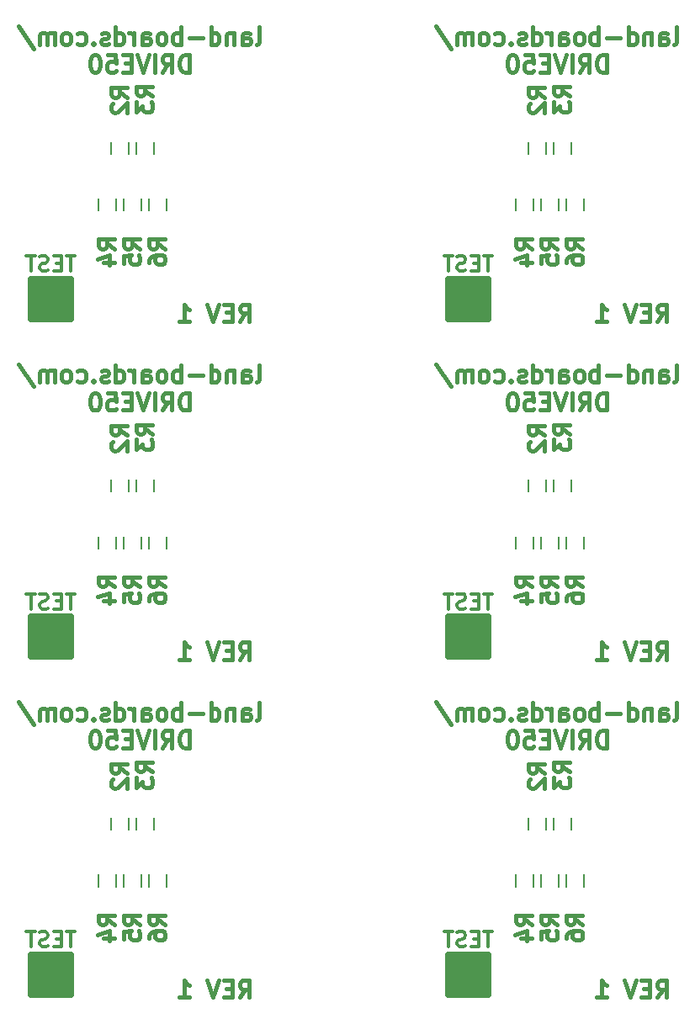
<source format=gbo>
%MOIN*%
%OFA0B0*%
%FSLAX46Y46*%
%IPPOS*%
%LPD*%
%ADD10C,0.017224409448818898*%
%ADD11C,0.012000000000000002*%
%ADD12C,0.015000000000000001*%
%ADD13C,0.025590551181102365*%
%ADD14C,0.005905511811023622*%
%ADD25C,0.017224409448818898*%
%ADD26C,0.012000000000000002*%
%ADD27C,0.015000000000000001*%
%ADD28C,0.025590551181102365*%
%ADD29C,0.005905511811023622*%
%ADD30C,0.017224409448818898*%
%ADD31C,0.012000000000000002*%
%ADD32C,0.015000000000000001*%
%ADD33C,0.025590551181102365*%
%ADD34C,0.005905511811023622*%
%ADD35C,0.017224409448818898*%
%ADD36C,0.012000000000000002*%
%ADD37C,0.015000000000000001*%
%ADD38C,0.025590551181102365*%
%ADD39C,0.005905511811023622*%
%ADD40C,0.017224409448818898*%
%ADD41C,0.012000000000000002*%
%ADD42C,0.015000000000000001*%
%ADD43C,0.025590551181102365*%
%ADD44C,0.005905511811023622*%
%ADD45C,0.017224409448818898*%
%ADD46C,0.012000000000000002*%
%ADD47C,0.015000000000000001*%
%ADD48C,0.025590551181102365*%
%ADD49C,0.005905511811023622*%
G01*
D10*
X0001191023Y0000051784D02*
X0001213989Y0000084593D01*
X0001230393Y0000051784D02*
X0001230393Y0000120682D01*
X0001204146Y0000120682D01*
X0001197585Y0000117401D01*
X0001194304Y0000114120D01*
X0001191023Y0000107559D01*
X0001191023Y0000097716D01*
X0001194304Y0000091154D01*
X0001197585Y0000087873D01*
X0001204146Y0000084593D01*
X0001230393Y0000084593D01*
X0001161496Y0000087873D02*
X0001138530Y0000087873D01*
X0001128687Y0000051784D02*
X0001161496Y0000051784D01*
X0001161496Y0000120682D01*
X0001128687Y0000120682D01*
X0001109002Y0000120682D02*
X0001086036Y0000051784D01*
X0001063070Y0000120682D01*
X0000951522Y0000051784D02*
X0000990892Y0000051784D01*
X0000971207Y0000051784D02*
X0000971207Y0000120682D01*
X0000977769Y0000110839D01*
X0000984330Y0000104278D01*
X0000990892Y0000100997D01*
X0001258280Y0001150554D02*
X0001264842Y0001153835D01*
X0001268123Y0001160397D01*
X0001268123Y0001219452D01*
X0001202506Y0001150554D02*
X0001202506Y0001186643D01*
X0001205787Y0001193205D01*
X0001212349Y0001196486D01*
X0001225472Y0001196486D01*
X0001232034Y0001193205D01*
X0001202506Y0001153835D02*
X0001209068Y0001150554D01*
X0001225472Y0001150554D01*
X0001232034Y0001153835D01*
X0001235314Y0001160397D01*
X0001235314Y0001166958D01*
X0001232034Y0001173520D01*
X0001225472Y0001176801D01*
X0001209068Y0001176801D01*
X0001202506Y0001180082D01*
X0001169698Y0001196486D02*
X0001169698Y0001150554D01*
X0001169698Y0001189924D02*
X0001166417Y0001193205D01*
X0001159855Y0001196486D01*
X0001150013Y0001196486D01*
X0001143451Y0001193205D01*
X0001140170Y0001186643D01*
X0001140170Y0001150554D01*
X0001077834Y0001150554D02*
X0001077834Y0001219452D01*
X0001077834Y0001153835D02*
X0001084396Y0001150554D01*
X0001097519Y0001150554D01*
X0001104081Y0001153835D01*
X0001107362Y0001157116D01*
X0001110643Y0001163677D01*
X0001110643Y0001183362D01*
X0001107362Y0001189924D01*
X0001104081Y0001193205D01*
X0001097519Y0001196486D01*
X0001084396Y0001196486D01*
X0001077834Y0001193205D01*
X0001045026Y0001176801D02*
X0000992532Y0001176801D01*
X0000959724Y0001150554D02*
X0000959724Y0001219452D01*
X0000959724Y0001193205D02*
X0000953162Y0001196486D01*
X0000940039Y0001196486D01*
X0000933477Y0001193205D01*
X0000930196Y0001189924D01*
X0000926915Y0001183362D01*
X0000926915Y0001163677D01*
X0000930196Y0001157116D01*
X0000933477Y0001153835D01*
X0000940039Y0001150554D01*
X0000953162Y0001150554D01*
X0000959724Y0001153835D01*
X0000887545Y0001150554D02*
X0000894107Y0001153835D01*
X0000897388Y0001157116D01*
X0000900669Y0001163677D01*
X0000900669Y0001183362D01*
X0000897388Y0001189924D01*
X0000894107Y0001193205D01*
X0000887545Y0001196486D01*
X0000877703Y0001196486D01*
X0000871141Y0001193205D01*
X0000867860Y0001189924D01*
X0000864580Y0001183362D01*
X0000864580Y0001163677D01*
X0000867860Y0001157116D01*
X0000871141Y0001153835D01*
X0000877703Y0001150554D01*
X0000887545Y0001150554D01*
X0000805524Y0001150554D02*
X0000805524Y0001186643D01*
X0000808805Y0001193205D01*
X0000815367Y0001196486D01*
X0000828490Y0001196486D01*
X0000835052Y0001193205D01*
X0000805524Y0001153835D02*
X0000812086Y0001150554D01*
X0000828490Y0001150554D01*
X0000835052Y0001153835D01*
X0000838333Y0001160397D01*
X0000838333Y0001166958D01*
X0000835052Y0001173520D01*
X0000828490Y0001176801D01*
X0000812086Y0001176801D01*
X0000805524Y0001180082D01*
X0000772716Y0001150554D02*
X0000772716Y0001196486D01*
X0000772716Y0001183362D02*
X0000769435Y0001189924D01*
X0000766154Y0001193205D01*
X0000759593Y0001196486D01*
X0000753031Y0001196486D01*
X0000700537Y0001150554D02*
X0000700537Y0001219452D01*
X0000700537Y0001153835D02*
X0000707099Y0001150554D01*
X0000720223Y0001150554D01*
X0000726784Y0001153835D01*
X0000730065Y0001157116D01*
X0000733346Y0001163677D01*
X0000733346Y0001183362D01*
X0000730065Y0001189924D01*
X0000726784Y0001193205D01*
X0000720223Y0001196486D01*
X0000707099Y0001196486D01*
X0000700537Y0001193205D01*
X0000671010Y0001153835D02*
X0000664448Y0001150554D01*
X0000651325Y0001150554D01*
X0000644763Y0001153835D01*
X0000641482Y0001160397D01*
X0000641482Y0001163677D01*
X0000644763Y0001170239D01*
X0000651325Y0001173520D01*
X0000661167Y0001173520D01*
X0000667729Y0001176801D01*
X0000671010Y0001183362D01*
X0000671010Y0001186643D01*
X0000667729Y0001193205D01*
X0000661167Y0001196486D01*
X0000651325Y0001196486D01*
X0000644763Y0001193205D01*
X0000611955Y0001157116D02*
X0000608674Y0001153835D01*
X0000611955Y0001150554D01*
X0000615236Y0001153835D01*
X0000611955Y0001157116D01*
X0000611955Y0001150554D01*
X0000549619Y0001153835D02*
X0000556181Y0001150554D01*
X0000569304Y0001150554D01*
X0000575866Y0001153835D01*
X0000579146Y0001157116D01*
X0000582427Y0001163677D01*
X0000582427Y0001183362D01*
X0000579146Y0001189924D01*
X0000575866Y0001193205D01*
X0000569304Y0001196486D01*
X0000556181Y0001196486D01*
X0000549619Y0001193205D01*
X0000510249Y0001150554D02*
X0000516810Y0001153835D01*
X0000520091Y0001157116D01*
X0000523372Y0001163677D01*
X0000523372Y0001183362D01*
X0000520091Y0001189924D01*
X0000516810Y0001193205D01*
X0000510249Y0001196486D01*
X0000500406Y0001196486D01*
X0000493845Y0001193205D01*
X0000490564Y0001189924D01*
X0000487283Y0001183362D01*
X0000487283Y0001163677D01*
X0000490564Y0001157116D01*
X0000493845Y0001153835D01*
X0000500406Y0001150554D01*
X0000510249Y0001150554D01*
X0000457755Y0001150554D02*
X0000457755Y0001196486D01*
X0000457755Y0001189924D02*
X0000454475Y0001193205D01*
X0000447913Y0001196486D01*
X0000438070Y0001196486D01*
X0000431509Y0001193205D01*
X0000428228Y0001186643D01*
X0000428228Y0001150554D01*
X0000428228Y0001186643D02*
X0000424947Y0001193205D01*
X0000418385Y0001196486D01*
X0000408543Y0001196486D01*
X0000401981Y0001193205D01*
X0000398700Y0001186643D01*
X0000398700Y0001150554D01*
X0000316679Y0001222732D02*
X0000375734Y0001134150D01*
X0000992532Y0001039629D02*
X0000992532Y0001108526D01*
X0000976128Y0001108526D01*
X0000966286Y0001105246D01*
X0000959724Y0001098684D01*
X0000956443Y0001092122D01*
X0000953162Y0001078999D01*
X0000953162Y0001069156D01*
X0000956443Y0001056033D01*
X0000959724Y0001049471D01*
X0000966286Y0001042910D01*
X0000976128Y0001039629D01*
X0000992532Y0001039629D01*
X0000884265Y0001039629D02*
X0000907230Y0001072437D01*
X0000923635Y0001039629D02*
X0000923635Y0001108526D01*
X0000897388Y0001108526D01*
X0000890826Y0001105246D01*
X0000887545Y0001101965D01*
X0000884265Y0001095403D01*
X0000884265Y0001085561D01*
X0000887545Y0001078999D01*
X0000890826Y0001075718D01*
X0000897388Y0001072437D01*
X0000923635Y0001072437D01*
X0000854737Y0001039629D02*
X0000854737Y0001108526D01*
X0000831771Y0001108526D02*
X0000808805Y0001039629D01*
X0000785839Y0001108526D01*
X0000762873Y0001075718D02*
X0000739908Y0001075718D01*
X0000730065Y0001039629D02*
X0000762873Y0001039629D01*
X0000762873Y0001108526D01*
X0000730065Y0001108526D01*
X0000667729Y0001108526D02*
X0000700537Y0001108526D01*
X0000703818Y0001075718D01*
X0000700537Y0001078999D01*
X0000693976Y0001082280D01*
X0000677572Y0001082280D01*
X0000671010Y0001078999D01*
X0000667729Y0001075718D01*
X0000664448Y0001069156D01*
X0000664448Y0001052752D01*
X0000667729Y0001046190D01*
X0000671010Y0001042910D01*
X0000677572Y0001039629D01*
X0000693976Y0001039629D01*
X0000700537Y0001042910D01*
X0000703818Y0001046190D01*
X0000621797Y0001108526D02*
X0000615236Y0001108526D01*
X0000608674Y0001105246D01*
X0000605393Y0001101965D01*
X0000602112Y0001095403D01*
X0000598832Y0001082280D01*
X0000598832Y0001065875D01*
X0000602112Y0001052752D01*
X0000605393Y0001046190D01*
X0000608674Y0001042910D01*
X0000615236Y0001039629D01*
X0000621797Y0001039629D01*
X0000628359Y0001042910D01*
X0000631640Y0001046190D01*
X0000634921Y0001052752D01*
X0000638202Y0001065875D01*
X0000638202Y0001082280D01*
X0000634921Y0001095403D01*
X0000631640Y0001101965D01*
X0000628359Y0001105246D01*
X0000621797Y0001108526D01*
D11*
X0000538706Y0000312660D02*
X0000504420Y0000312660D01*
X0000521563Y0000252660D02*
X0000521563Y0000312660D01*
X0000484420Y0000284088D02*
X0000464420Y0000284088D01*
X0000455849Y0000252660D02*
X0000484420Y0000252660D01*
X0000484420Y0000312660D01*
X0000455849Y0000312660D01*
X0000432992Y0000255517D02*
X0000424420Y0000252660D01*
X0000410134Y0000252660D01*
X0000404420Y0000255517D01*
X0000401563Y0000258374D01*
X0000398706Y0000264088D01*
X0000398706Y0000269803D01*
X0000401563Y0000275517D01*
X0000404420Y0000278374D01*
X0000410134Y0000281231D01*
X0000421563Y0000284088D01*
X0000427277Y0000286945D01*
X0000430134Y0000289803D01*
X0000432992Y0000295517D01*
X0000432992Y0000301231D01*
X0000430134Y0000306946D01*
X0000427277Y0000309803D01*
X0000421563Y0000312660D01*
X0000407277Y0000312660D01*
X0000398706Y0000309803D01*
X0000381563Y0000312660D02*
X0000347277Y0000312660D01*
X0000364420Y0000252660D02*
X0000364420Y0000312660D01*
D12*
X0000747199Y0000940754D02*
X0000716247Y0000962421D01*
X0000747199Y0000977897D02*
X0000682200Y0000977897D01*
X0000682200Y0000953135D01*
X0000685295Y0000946945D01*
X0000688390Y0000943849D01*
X0000694580Y0000940754D01*
X0000703866Y0000940754D01*
X0000710057Y0000943849D01*
X0000713152Y0000946945D01*
X0000716247Y0000953135D01*
X0000716247Y0000977897D01*
X0000688390Y0000915992D02*
X0000685295Y0000912897D01*
X0000682200Y0000906706D01*
X0000682200Y0000891230D01*
X0000685295Y0000885040D01*
X0000688390Y0000881945D01*
X0000694580Y0000878849D01*
X0000700771Y0000878849D01*
X0000710057Y0000881945D01*
X0000747199Y0000919087D01*
X0000747199Y0000878849D01*
X0000847199Y0000945754D02*
X0000816247Y0000967421D01*
X0000847199Y0000982897D02*
X0000782200Y0000982897D01*
X0000782200Y0000958135D01*
X0000785295Y0000951945D01*
X0000788390Y0000948849D01*
X0000794580Y0000945754D01*
X0000803866Y0000945754D01*
X0000810057Y0000948849D01*
X0000813152Y0000951945D01*
X0000816247Y0000958135D01*
X0000816247Y0000982897D01*
X0000782200Y0000924087D02*
X0000782200Y0000883849D01*
X0000806961Y0000905516D01*
X0000806961Y0000896230D01*
X0000810057Y0000890040D01*
X0000813152Y0000886945D01*
X0000819342Y0000883849D01*
X0000834819Y0000883849D01*
X0000841009Y0000886945D01*
X0000844104Y0000890040D01*
X0000847199Y0000896230D01*
X0000847199Y0000914802D01*
X0000844104Y0000920992D01*
X0000841009Y0000924087D01*
X0000697200Y0000340754D02*
X0000666247Y0000362421D01*
X0000697200Y0000377897D02*
X0000632199Y0000377897D01*
X0000632199Y0000353135D01*
X0000635295Y0000346945D01*
X0000638390Y0000343849D01*
X0000644580Y0000340754D01*
X0000653866Y0000340754D01*
X0000660057Y0000343849D01*
X0000663152Y0000346945D01*
X0000666247Y0000353135D01*
X0000666247Y0000377897D01*
X0000653866Y0000285040D02*
X0000697200Y0000285040D01*
X0000629104Y0000300516D02*
X0000675533Y0000315992D01*
X0000675533Y0000275754D01*
X0000797200Y0000340754D02*
X0000766247Y0000362421D01*
X0000797200Y0000377897D02*
X0000732199Y0000377897D01*
X0000732199Y0000353135D01*
X0000735295Y0000346945D01*
X0000738390Y0000343849D01*
X0000744580Y0000340754D01*
X0000753866Y0000340754D01*
X0000760057Y0000343849D01*
X0000763152Y0000346945D01*
X0000766247Y0000353135D01*
X0000766247Y0000377897D01*
X0000732199Y0000281945D02*
X0000732199Y0000312897D01*
X0000763152Y0000315992D01*
X0000760057Y0000312897D01*
X0000756961Y0000306706D01*
X0000756961Y0000291230D01*
X0000760057Y0000285040D01*
X0000763152Y0000281945D01*
X0000769342Y0000278849D01*
X0000784819Y0000278849D01*
X0000791009Y0000281945D01*
X0000794104Y0000285040D01*
X0000797200Y0000291230D01*
X0000797200Y0000306706D01*
X0000794104Y0000312897D01*
X0000791009Y0000315992D01*
X0000897199Y0000340754D02*
X0000866247Y0000362421D01*
X0000897199Y0000377897D02*
X0000832199Y0000377897D01*
X0000832199Y0000353135D01*
X0000835295Y0000346945D01*
X0000838390Y0000343849D01*
X0000844580Y0000340754D01*
X0000853866Y0000340754D01*
X0000860057Y0000343849D01*
X0000863152Y0000346945D01*
X0000866247Y0000353135D01*
X0000866247Y0000377897D01*
X0000832199Y0000285040D02*
X0000832199Y0000297421D01*
X0000835295Y0000303611D01*
X0000838390Y0000306706D01*
X0000847676Y0000312897D01*
X0000860057Y0000315992D01*
X0000884819Y0000315992D01*
X0000891009Y0000312897D01*
X0000894104Y0000309802D01*
X0000897199Y0000303611D01*
X0000897199Y0000291230D01*
X0000894104Y0000285040D01*
X0000891009Y0000281945D01*
X0000884819Y0000278849D01*
X0000869342Y0000278849D01*
X0000863152Y0000281945D01*
X0000860057Y0000285040D01*
X0000856961Y0000291230D01*
X0000856961Y0000303611D01*
X0000860057Y0000309802D01*
X0000863152Y0000312897D01*
X0000869342Y0000315992D01*
D13*
X0000364251Y0000220747D02*
X0000521732Y0000220747D01*
X0000521732Y0000220747D02*
X0000521732Y0000063267D01*
X0000521732Y0000063267D02*
X0000364251Y0000063267D01*
X0000364251Y0000063267D02*
X0000364251Y0000220747D01*
X0000364251Y0000220747D02*
X0000364251Y0000201062D01*
X0000364251Y0000201062D02*
X0000521732Y0000201062D01*
X0000521732Y0000201062D02*
X0000521732Y0000181377D01*
X0000521732Y0000181377D02*
X0000364251Y0000181377D01*
X0000364251Y0000181377D02*
X0000364251Y0000161692D01*
X0000364251Y0000161692D02*
X0000521732Y0000161692D01*
X0000521732Y0000161692D02*
X0000521732Y0000142007D01*
X0000521732Y0000142007D02*
X0000364251Y0000142007D01*
X0000364251Y0000142007D02*
X0000364251Y0000122322D01*
X0000364251Y0000122322D02*
X0000502047Y0000122322D01*
X0000502047Y0000122322D02*
X0000521732Y0000122322D01*
X0000521732Y0000122322D02*
X0000521732Y0000102637D01*
X0000521732Y0000102637D02*
X0000364251Y0000102637D01*
X0000364251Y0000102637D02*
X0000364251Y0000082952D01*
X0000364251Y0000082952D02*
X0000521732Y0000082952D01*
D14*
X0000852244Y0000716299D02*
X0000852244Y0000763543D01*
X0000783346Y0000763543D02*
X0000783346Y0000716299D01*
X0000752244Y0000716299D02*
X0000752244Y0000763543D01*
X0000683346Y0000763543D02*
X0000683346Y0000716299D01*
X0000702244Y0000491299D02*
X0000702244Y0000538543D01*
X0000633346Y0000538543D02*
X0000633346Y0000491299D01*
X0000802244Y0000491299D02*
X0000802244Y0000538543D01*
X0000733346Y0000538543D02*
X0000733346Y0000491299D01*
X0000833346Y0000538543D02*
X0000833346Y0000491299D01*
X0000902244Y0000491299D02*
X0000902244Y0000538543D01*
G04 next file*
G04 Gerber Fmt 4.6, Leading zero omitted, Abs format (unit mm)*
G04 Created by KiCad (PCBNEW (6.0.1)) date 2022-07-06 09:20:12*
G01*
G04 APERTURE LIST*
G04 APERTURE END LIST*
D25*
X0002844566Y0000051784D02*
X0002867532Y0000084593D01*
X0002883936Y0000051784D02*
X0002883936Y0000120682D01*
X0002857690Y0000120682D01*
X0002851128Y0000117401D01*
X0002847847Y0000114120D01*
X0002844566Y0000107559D01*
X0002844566Y0000097716D01*
X0002847847Y0000091154D01*
X0002851128Y0000087873D01*
X0002857690Y0000084593D01*
X0002883936Y0000084593D01*
X0002815039Y0000087873D02*
X0002792073Y0000087873D01*
X0002782230Y0000051784D02*
X0002815039Y0000051784D01*
X0002815039Y0000120682D01*
X0002782230Y0000120682D01*
X0002762545Y0000120682D02*
X0002739580Y0000051784D01*
X0002716614Y0000120682D01*
X0002605065Y0000051784D02*
X0002644435Y0000051784D01*
X0002624750Y0000051784D02*
X0002624750Y0000120682D01*
X0002631312Y0000110839D01*
X0002637873Y0000104278D01*
X0002644435Y0000100997D01*
X0002911824Y0001150554D02*
X0002918385Y0001153835D01*
X0002921666Y0001160397D01*
X0002921666Y0001219452D01*
X0002856049Y0001150554D02*
X0002856049Y0001186643D01*
X0002859330Y0001193205D01*
X0002865892Y0001196486D01*
X0002879015Y0001196486D01*
X0002885577Y0001193205D01*
X0002856049Y0001153835D02*
X0002862611Y0001150554D01*
X0002879015Y0001150554D01*
X0002885577Y0001153835D01*
X0002888858Y0001160397D01*
X0002888858Y0001166958D01*
X0002885577Y0001173520D01*
X0002879015Y0001176801D01*
X0002862611Y0001176801D01*
X0002856049Y0001180082D01*
X0002823241Y0001196486D02*
X0002823241Y0001150554D01*
X0002823241Y0001189924D02*
X0002819960Y0001193205D01*
X0002813398Y0001196486D01*
X0002803556Y0001196486D01*
X0002796994Y0001193205D01*
X0002793713Y0001186643D01*
X0002793713Y0001150554D01*
X0002731377Y0001150554D02*
X0002731377Y0001219452D01*
X0002731377Y0001153835D02*
X0002737939Y0001150554D01*
X0002751062Y0001150554D01*
X0002757624Y0001153835D01*
X0002760905Y0001157116D01*
X0002764186Y0001163677D01*
X0002764186Y0001183362D01*
X0002760905Y0001189924D01*
X0002757624Y0001193205D01*
X0002751062Y0001196486D01*
X0002737939Y0001196486D01*
X0002731377Y0001193205D01*
X0002698569Y0001176801D02*
X0002646076Y0001176801D01*
X0002613267Y0001150554D02*
X0002613267Y0001219452D01*
X0002613267Y0001193205D02*
X0002606705Y0001196486D01*
X0002593582Y0001196486D01*
X0002587020Y0001193205D01*
X0002583740Y0001189924D01*
X0002580459Y0001183362D01*
X0002580459Y0001163677D01*
X0002583740Y0001157116D01*
X0002587020Y0001153835D01*
X0002593582Y0001150554D01*
X0002606705Y0001150554D01*
X0002613267Y0001153835D01*
X0002541089Y0001150554D02*
X0002547650Y0001153835D01*
X0002550931Y0001157116D01*
X0002554212Y0001163677D01*
X0002554212Y0001183362D01*
X0002550931Y0001189924D01*
X0002547650Y0001193205D01*
X0002541089Y0001196486D01*
X0002531246Y0001196486D01*
X0002524685Y0001193205D01*
X0002521404Y0001189924D01*
X0002518123Y0001183362D01*
X0002518123Y0001163677D01*
X0002521404Y0001157116D01*
X0002524685Y0001153835D01*
X0002531246Y0001150554D01*
X0002541089Y0001150554D01*
X0002459068Y0001150554D02*
X0002459068Y0001186643D01*
X0002462349Y0001193205D01*
X0002468910Y0001196486D01*
X0002482034Y0001196486D01*
X0002488595Y0001193205D01*
X0002459068Y0001153835D02*
X0002465629Y0001150554D01*
X0002482034Y0001150554D01*
X0002488595Y0001153835D01*
X0002491876Y0001160397D01*
X0002491876Y0001166958D01*
X0002488595Y0001173520D01*
X0002482034Y0001176801D01*
X0002465629Y0001176801D01*
X0002459068Y0001180082D01*
X0002426259Y0001150554D02*
X0002426259Y0001196486D01*
X0002426259Y0001183362D02*
X0002422978Y0001189924D01*
X0002419698Y0001193205D01*
X0002413136Y0001196486D01*
X0002406574Y0001196486D01*
X0002354081Y0001150554D02*
X0002354081Y0001219452D01*
X0002354081Y0001153835D02*
X0002360642Y0001150554D01*
X0002373766Y0001150554D01*
X0002380328Y0001153835D01*
X0002383608Y0001157116D01*
X0002386889Y0001163677D01*
X0002386889Y0001183362D01*
X0002383608Y0001189924D01*
X0002380328Y0001193205D01*
X0002373766Y0001196486D01*
X0002360642Y0001196486D01*
X0002354081Y0001193205D01*
X0002324553Y0001153835D02*
X0002317992Y0001150554D01*
X0002304868Y0001150554D01*
X0002298307Y0001153835D01*
X0002295026Y0001160397D01*
X0002295026Y0001163677D01*
X0002298307Y0001170239D01*
X0002304868Y0001173520D01*
X0002314711Y0001173520D01*
X0002321272Y0001176801D01*
X0002324553Y0001183362D01*
X0002324553Y0001186643D01*
X0002321272Y0001193205D01*
X0002314711Y0001196486D01*
X0002304868Y0001196486D01*
X0002298307Y0001193205D01*
X0002265498Y0001157116D02*
X0002262217Y0001153835D01*
X0002265498Y0001150554D01*
X0002268779Y0001153835D01*
X0002265498Y0001157116D01*
X0002265498Y0001150554D01*
X0002203162Y0001153835D02*
X0002209724Y0001150554D01*
X0002222847Y0001150554D01*
X0002229409Y0001153835D01*
X0002232690Y0001157116D01*
X0002235971Y0001163677D01*
X0002235971Y0001183362D01*
X0002232690Y0001189924D01*
X0002229409Y0001193205D01*
X0002222847Y0001196486D01*
X0002209724Y0001196486D01*
X0002203162Y0001193205D01*
X0002163792Y0001150554D02*
X0002170354Y0001153835D01*
X0002173635Y0001157116D01*
X0002176915Y0001163677D01*
X0002176915Y0001183362D01*
X0002173635Y0001189924D01*
X0002170354Y0001193205D01*
X0002163792Y0001196486D01*
X0002153950Y0001196486D01*
X0002147388Y0001193205D01*
X0002144107Y0001189924D01*
X0002140826Y0001183362D01*
X0002140826Y0001163677D01*
X0002144107Y0001157116D01*
X0002147388Y0001153835D01*
X0002153950Y0001150554D01*
X0002163792Y0001150554D01*
X0002111299Y0001150554D02*
X0002111299Y0001196486D01*
X0002111299Y0001189924D02*
X0002108018Y0001193205D01*
X0002101456Y0001196486D01*
X0002091614Y0001196486D01*
X0002085052Y0001193205D01*
X0002081771Y0001186643D01*
X0002081771Y0001150554D01*
X0002081771Y0001186643D02*
X0002078490Y0001193205D01*
X0002071929Y0001196486D01*
X0002062086Y0001196486D01*
X0002055524Y0001193205D01*
X0002052244Y0001186643D01*
X0002052244Y0001150554D01*
X0001970223Y0001222732D02*
X0002029278Y0001134150D01*
X0002646076Y0001039629D02*
X0002646076Y0001108526D01*
X0002629671Y0001108526D01*
X0002619829Y0001105246D01*
X0002613267Y0001098684D01*
X0002609986Y0001092122D01*
X0002606705Y0001078999D01*
X0002606705Y0001069156D01*
X0002609986Y0001056033D01*
X0002613267Y0001049471D01*
X0002619829Y0001042910D01*
X0002629671Y0001039629D01*
X0002646076Y0001039629D01*
X0002537808Y0001039629D02*
X0002560774Y0001072437D01*
X0002577178Y0001039629D02*
X0002577178Y0001108526D01*
X0002550931Y0001108526D01*
X0002544370Y0001105246D01*
X0002541089Y0001101965D01*
X0002537808Y0001095403D01*
X0002537808Y0001085561D01*
X0002541089Y0001078999D01*
X0002544370Y0001075718D01*
X0002550931Y0001072437D01*
X0002577178Y0001072437D01*
X0002508280Y0001039629D02*
X0002508280Y0001108526D01*
X0002485314Y0001108526D02*
X0002462349Y0001039629D01*
X0002439383Y0001108526D01*
X0002416417Y0001075718D02*
X0002393451Y0001075718D01*
X0002383608Y0001039629D02*
X0002416417Y0001039629D01*
X0002416417Y0001108526D01*
X0002383608Y0001108526D01*
X0002321272Y0001108526D02*
X0002354081Y0001108526D01*
X0002357362Y0001075718D01*
X0002354081Y0001078999D01*
X0002347519Y0001082280D01*
X0002331115Y0001082280D01*
X0002324553Y0001078999D01*
X0002321272Y0001075718D01*
X0002317992Y0001069156D01*
X0002317992Y0001052752D01*
X0002321272Y0001046190D01*
X0002324553Y0001042910D01*
X0002331115Y0001039629D01*
X0002347519Y0001039629D01*
X0002354081Y0001042910D01*
X0002357362Y0001046190D01*
X0002275341Y0001108526D02*
X0002268779Y0001108526D01*
X0002262217Y0001105246D01*
X0002258936Y0001101965D01*
X0002255656Y0001095403D01*
X0002252375Y0001082280D01*
X0002252375Y0001065875D01*
X0002255656Y0001052752D01*
X0002258936Y0001046190D01*
X0002262217Y0001042910D01*
X0002268779Y0001039629D01*
X0002275341Y0001039629D01*
X0002281902Y0001042910D01*
X0002285183Y0001046190D01*
X0002288464Y0001052752D01*
X0002291745Y0001065875D01*
X0002291745Y0001082280D01*
X0002288464Y0001095403D01*
X0002285183Y0001101965D01*
X0002281902Y0001105246D01*
X0002275341Y0001108526D01*
D26*
X0002192249Y0000312660D02*
X0002157963Y0000312660D01*
X0002175106Y0000252660D02*
X0002175106Y0000312660D01*
X0002137963Y0000284088D02*
X0002117963Y0000284088D01*
X0002109392Y0000252660D02*
X0002137963Y0000252660D01*
X0002137963Y0000312660D01*
X0002109392Y0000312660D01*
X0002086535Y0000255517D02*
X0002077963Y0000252660D01*
X0002063678Y0000252660D01*
X0002057963Y0000255517D01*
X0002055106Y0000258374D01*
X0002052249Y0000264088D01*
X0002052249Y0000269803D01*
X0002055106Y0000275517D01*
X0002057963Y0000278374D01*
X0002063678Y0000281231D01*
X0002075106Y0000284088D01*
X0002080821Y0000286945D01*
X0002083678Y0000289803D01*
X0002086535Y0000295517D01*
X0002086535Y0000301231D01*
X0002083678Y0000306946D01*
X0002080821Y0000309803D01*
X0002075106Y0000312660D01*
X0002060821Y0000312660D01*
X0002052249Y0000309803D01*
X0002035106Y0000312660D02*
X0002000821Y0000312660D01*
X0002017963Y0000252660D02*
X0002017963Y0000312660D01*
D27*
X0002400743Y0000940754D02*
X0002369790Y0000962421D01*
X0002400743Y0000977897D02*
X0002335743Y0000977897D01*
X0002335743Y0000953135D01*
X0002338838Y0000946945D01*
X0002341933Y0000943849D01*
X0002348124Y0000940754D01*
X0002357409Y0000940754D01*
X0002363600Y0000943849D01*
X0002366695Y0000946945D01*
X0002369790Y0000953135D01*
X0002369790Y0000977897D01*
X0002341933Y0000915992D02*
X0002338838Y0000912897D01*
X0002335743Y0000906706D01*
X0002335743Y0000891230D01*
X0002338838Y0000885040D01*
X0002341933Y0000881945D01*
X0002348124Y0000878849D01*
X0002354314Y0000878849D01*
X0002363600Y0000881945D01*
X0002400743Y0000919087D01*
X0002400743Y0000878849D01*
X0002500743Y0000945754D02*
X0002469790Y0000967421D01*
X0002500743Y0000982897D02*
X0002435743Y0000982897D01*
X0002435743Y0000958135D01*
X0002438838Y0000951945D01*
X0002441933Y0000948849D01*
X0002448124Y0000945754D01*
X0002457409Y0000945754D01*
X0002463600Y0000948849D01*
X0002466695Y0000951945D01*
X0002469790Y0000958135D01*
X0002469790Y0000982897D01*
X0002435743Y0000924087D02*
X0002435743Y0000883849D01*
X0002460505Y0000905516D01*
X0002460505Y0000896230D01*
X0002463600Y0000890040D01*
X0002466695Y0000886945D01*
X0002472886Y0000883849D01*
X0002488362Y0000883849D01*
X0002494552Y0000886945D01*
X0002497648Y0000890040D01*
X0002500743Y0000896230D01*
X0002500743Y0000914802D01*
X0002497648Y0000920992D01*
X0002494552Y0000924087D01*
X0002350743Y0000340754D02*
X0002319790Y0000362421D01*
X0002350743Y0000377897D02*
X0002285743Y0000377897D01*
X0002285743Y0000353135D01*
X0002288838Y0000346945D01*
X0002291933Y0000343849D01*
X0002298124Y0000340754D01*
X0002307409Y0000340754D01*
X0002313600Y0000343849D01*
X0002316695Y0000346945D01*
X0002319790Y0000353135D01*
X0002319790Y0000377897D01*
X0002307409Y0000285040D02*
X0002350743Y0000285040D01*
X0002282648Y0000300516D02*
X0002329076Y0000315992D01*
X0002329076Y0000275754D01*
X0002450743Y0000340754D02*
X0002419790Y0000362421D01*
X0002450743Y0000377897D02*
X0002385743Y0000377897D01*
X0002385743Y0000353135D01*
X0002388838Y0000346945D01*
X0002391933Y0000343849D01*
X0002398124Y0000340754D01*
X0002407409Y0000340754D01*
X0002413600Y0000343849D01*
X0002416695Y0000346945D01*
X0002419790Y0000353135D01*
X0002419790Y0000377897D01*
X0002385743Y0000281945D02*
X0002385743Y0000312897D01*
X0002416695Y0000315992D01*
X0002413600Y0000312897D01*
X0002410505Y0000306706D01*
X0002410505Y0000291230D01*
X0002413600Y0000285040D01*
X0002416695Y0000281945D01*
X0002422886Y0000278849D01*
X0002438362Y0000278849D01*
X0002444552Y0000281945D01*
X0002447648Y0000285040D01*
X0002450743Y0000291230D01*
X0002450743Y0000306706D01*
X0002447648Y0000312897D01*
X0002444552Y0000315992D01*
X0002550743Y0000340754D02*
X0002519790Y0000362421D01*
X0002550743Y0000377897D02*
X0002485743Y0000377897D01*
X0002485743Y0000353135D01*
X0002488838Y0000346945D01*
X0002491933Y0000343849D01*
X0002498124Y0000340754D01*
X0002507409Y0000340754D01*
X0002513600Y0000343849D01*
X0002516695Y0000346945D01*
X0002519790Y0000353135D01*
X0002519790Y0000377897D01*
X0002485743Y0000285040D02*
X0002485743Y0000297421D01*
X0002488838Y0000303611D01*
X0002491933Y0000306706D01*
X0002501219Y0000312897D01*
X0002513600Y0000315992D01*
X0002538362Y0000315992D01*
X0002544552Y0000312897D01*
X0002547648Y0000309802D01*
X0002550743Y0000303611D01*
X0002550743Y0000291230D01*
X0002547648Y0000285040D01*
X0002544552Y0000281945D01*
X0002538362Y0000278849D01*
X0002522886Y0000278849D01*
X0002516695Y0000281945D01*
X0002513600Y0000285040D01*
X0002510505Y0000291230D01*
X0002510505Y0000303611D01*
X0002513600Y0000309802D01*
X0002516695Y0000312897D01*
X0002522886Y0000315992D01*
D28*
X0002017795Y0000220747D02*
X0002175275Y0000220747D01*
X0002175275Y0000220747D02*
X0002175275Y0000063267D01*
X0002175275Y0000063267D02*
X0002017795Y0000063267D01*
X0002017795Y0000063267D02*
X0002017795Y0000220747D01*
X0002017795Y0000220747D02*
X0002017795Y0000201062D01*
X0002017795Y0000201062D02*
X0002175275Y0000201062D01*
X0002175275Y0000201062D02*
X0002175275Y0000181377D01*
X0002175275Y0000181377D02*
X0002017795Y0000181377D01*
X0002017795Y0000181377D02*
X0002017795Y0000161692D01*
X0002017795Y0000161692D02*
X0002175275Y0000161692D01*
X0002175275Y0000161692D02*
X0002175275Y0000142007D01*
X0002175275Y0000142007D02*
X0002017795Y0000142007D01*
X0002017795Y0000142007D02*
X0002017795Y0000122322D01*
X0002017795Y0000122322D02*
X0002155590Y0000122322D01*
X0002155590Y0000122322D02*
X0002175275Y0000122322D01*
X0002175275Y0000122322D02*
X0002175275Y0000102637D01*
X0002175275Y0000102637D02*
X0002017795Y0000102637D01*
X0002017795Y0000102637D02*
X0002017795Y0000082952D01*
X0002017795Y0000082952D02*
X0002175275Y0000082952D01*
D29*
X0002505787Y0000716299D02*
X0002505787Y0000763543D01*
X0002436889Y0000763543D02*
X0002436889Y0000716299D01*
X0002405787Y0000716299D02*
X0002405787Y0000763543D01*
X0002336889Y0000763543D02*
X0002336889Y0000716299D01*
X0002355787Y0000491299D02*
X0002355787Y0000538543D01*
X0002286889Y0000538543D02*
X0002286889Y0000491299D01*
X0002455787Y0000491299D02*
X0002455787Y0000538543D01*
X0002386889Y0000538543D02*
X0002386889Y0000491299D01*
X0002486889Y0000538543D02*
X0002486889Y0000491299D01*
X0002555787Y0000491299D02*
X0002555787Y0000538543D01*
G04 next file*
G04 Gerber Fmt 4.6, Leading zero omitted, Abs format (unit mm)*
G04 Created by KiCad (PCBNEW (6.0.1)) date 2022-07-06 09:20:12*
G01*
G04 APERTURE LIST*
G04 APERTURE END LIST*
D30*
X0001191023Y0001390367D02*
X0001213989Y0001423175D01*
X0001230393Y0001390367D02*
X0001230393Y0001459265D01*
X0001204146Y0001459265D01*
X0001197585Y0001455984D01*
X0001194304Y0001452703D01*
X0001191023Y0001446141D01*
X0001191023Y0001436299D01*
X0001194304Y0001429737D01*
X0001197585Y0001426456D01*
X0001204146Y0001423175D01*
X0001230393Y0001423175D01*
X0001161496Y0001426456D02*
X0001138530Y0001426456D01*
X0001128687Y0001390367D02*
X0001161496Y0001390367D01*
X0001161496Y0001459265D01*
X0001128687Y0001459265D01*
X0001109002Y0001459265D02*
X0001086036Y0001390367D01*
X0001063070Y0001459265D01*
X0000951522Y0001390367D02*
X0000990892Y0001390367D01*
X0000971207Y0001390367D02*
X0000971207Y0001459265D01*
X0000977769Y0001449422D01*
X0000984330Y0001442860D01*
X0000990892Y0001439580D01*
X0001258280Y0002489137D02*
X0001264842Y0002492417D01*
X0001268123Y0002498979D01*
X0001268123Y0002558034D01*
X0001202506Y0002489137D02*
X0001202506Y0002525226D01*
X0001205787Y0002531788D01*
X0001212349Y0002535068D01*
X0001225472Y0002535068D01*
X0001232034Y0002531788D01*
X0001202506Y0002492417D02*
X0001209068Y0002489137D01*
X0001225472Y0002489137D01*
X0001232034Y0002492417D01*
X0001235314Y0002498979D01*
X0001235314Y0002505541D01*
X0001232034Y0002512103D01*
X0001225472Y0002515383D01*
X0001209068Y0002515383D01*
X0001202506Y0002518664D01*
X0001169698Y0002535068D02*
X0001169698Y0002489137D01*
X0001169698Y0002528507D02*
X0001166417Y0002531788D01*
X0001159855Y0002535068D01*
X0001150013Y0002535068D01*
X0001143451Y0002531788D01*
X0001140170Y0002525226D01*
X0001140170Y0002489137D01*
X0001077834Y0002489137D02*
X0001077834Y0002558034D01*
X0001077834Y0002492417D02*
X0001084396Y0002489137D01*
X0001097519Y0002489137D01*
X0001104081Y0002492417D01*
X0001107362Y0002495698D01*
X0001110643Y0002502260D01*
X0001110643Y0002521945D01*
X0001107362Y0002528507D01*
X0001104081Y0002531788D01*
X0001097519Y0002535068D01*
X0001084396Y0002535068D01*
X0001077834Y0002531788D01*
X0001045026Y0002515383D02*
X0000992532Y0002515383D01*
X0000959724Y0002489137D02*
X0000959724Y0002558034D01*
X0000959724Y0002531788D02*
X0000953162Y0002535068D01*
X0000940039Y0002535068D01*
X0000933477Y0002531788D01*
X0000930196Y0002528507D01*
X0000926915Y0002521945D01*
X0000926915Y0002502260D01*
X0000930196Y0002495698D01*
X0000933477Y0002492417D01*
X0000940039Y0002489137D01*
X0000953162Y0002489137D01*
X0000959724Y0002492417D01*
X0000887545Y0002489137D02*
X0000894107Y0002492417D01*
X0000897388Y0002495698D01*
X0000900669Y0002502260D01*
X0000900669Y0002521945D01*
X0000897388Y0002528507D01*
X0000894107Y0002531788D01*
X0000887545Y0002535068D01*
X0000877703Y0002535068D01*
X0000871141Y0002531788D01*
X0000867860Y0002528507D01*
X0000864580Y0002521945D01*
X0000864580Y0002502260D01*
X0000867860Y0002495698D01*
X0000871141Y0002492417D01*
X0000877703Y0002489137D01*
X0000887545Y0002489137D01*
X0000805524Y0002489137D02*
X0000805524Y0002525226D01*
X0000808805Y0002531788D01*
X0000815367Y0002535068D01*
X0000828490Y0002535068D01*
X0000835052Y0002531788D01*
X0000805524Y0002492417D02*
X0000812086Y0002489137D01*
X0000828490Y0002489137D01*
X0000835052Y0002492417D01*
X0000838333Y0002498979D01*
X0000838333Y0002505541D01*
X0000835052Y0002512103D01*
X0000828490Y0002515383D01*
X0000812086Y0002515383D01*
X0000805524Y0002518664D01*
X0000772716Y0002489137D02*
X0000772716Y0002535068D01*
X0000772716Y0002521945D02*
X0000769435Y0002528507D01*
X0000766154Y0002531788D01*
X0000759593Y0002535068D01*
X0000753031Y0002535068D01*
X0000700537Y0002489137D02*
X0000700537Y0002558034D01*
X0000700537Y0002492417D02*
X0000707099Y0002489137D01*
X0000720223Y0002489137D01*
X0000726784Y0002492417D01*
X0000730065Y0002495698D01*
X0000733346Y0002502260D01*
X0000733346Y0002521945D01*
X0000730065Y0002528507D01*
X0000726784Y0002531788D01*
X0000720223Y0002535068D01*
X0000707099Y0002535068D01*
X0000700537Y0002531788D01*
X0000671010Y0002492417D02*
X0000664448Y0002489137D01*
X0000651325Y0002489137D01*
X0000644763Y0002492417D01*
X0000641482Y0002498979D01*
X0000641482Y0002502260D01*
X0000644763Y0002508822D01*
X0000651325Y0002512103D01*
X0000661167Y0002512103D01*
X0000667729Y0002515383D01*
X0000671010Y0002521945D01*
X0000671010Y0002525226D01*
X0000667729Y0002531788D01*
X0000661167Y0002535068D01*
X0000651325Y0002535068D01*
X0000644763Y0002531788D01*
X0000611955Y0002495698D02*
X0000608674Y0002492417D01*
X0000611955Y0002489137D01*
X0000615236Y0002492417D01*
X0000611955Y0002495698D01*
X0000611955Y0002489137D01*
X0000549619Y0002492417D02*
X0000556181Y0002489137D01*
X0000569304Y0002489137D01*
X0000575866Y0002492417D01*
X0000579146Y0002495698D01*
X0000582427Y0002502260D01*
X0000582427Y0002521945D01*
X0000579146Y0002528507D01*
X0000575866Y0002531788D01*
X0000569304Y0002535068D01*
X0000556181Y0002535068D01*
X0000549619Y0002531788D01*
X0000510249Y0002489137D02*
X0000516810Y0002492417D01*
X0000520091Y0002495698D01*
X0000523372Y0002502260D01*
X0000523372Y0002521945D01*
X0000520091Y0002528507D01*
X0000516810Y0002531788D01*
X0000510249Y0002535068D01*
X0000500406Y0002535068D01*
X0000493845Y0002531788D01*
X0000490564Y0002528507D01*
X0000487283Y0002521945D01*
X0000487283Y0002502260D01*
X0000490564Y0002495698D01*
X0000493845Y0002492417D01*
X0000500406Y0002489137D01*
X0000510249Y0002489137D01*
X0000457755Y0002489137D02*
X0000457755Y0002535068D01*
X0000457755Y0002528507D02*
X0000454475Y0002531788D01*
X0000447913Y0002535068D01*
X0000438070Y0002535068D01*
X0000431509Y0002531788D01*
X0000428228Y0002525226D01*
X0000428228Y0002489137D01*
X0000428228Y0002525226D02*
X0000424947Y0002531788D01*
X0000418385Y0002535068D01*
X0000408543Y0002535068D01*
X0000401981Y0002531788D01*
X0000398700Y0002525226D01*
X0000398700Y0002489137D01*
X0000316679Y0002561315D02*
X0000375734Y0002472732D01*
X0000992532Y0002378211D02*
X0000992532Y0002447109D01*
X0000976128Y0002447109D01*
X0000966286Y0002443828D01*
X0000959724Y0002437267D01*
X0000956443Y0002430705D01*
X0000953162Y0002417582D01*
X0000953162Y0002407739D01*
X0000956443Y0002394616D01*
X0000959724Y0002388054D01*
X0000966286Y0002381492D01*
X0000976128Y0002378211D01*
X0000992532Y0002378211D01*
X0000884265Y0002378211D02*
X0000907230Y0002411020D01*
X0000923635Y0002378211D02*
X0000923635Y0002447109D01*
X0000897388Y0002447109D01*
X0000890826Y0002443828D01*
X0000887545Y0002440547D01*
X0000884265Y0002433986D01*
X0000884265Y0002424143D01*
X0000887545Y0002417582D01*
X0000890826Y0002414301D01*
X0000897388Y0002411020D01*
X0000923635Y0002411020D01*
X0000854737Y0002378211D02*
X0000854737Y0002447109D01*
X0000831771Y0002447109D02*
X0000808805Y0002378211D01*
X0000785839Y0002447109D01*
X0000762873Y0002414301D02*
X0000739908Y0002414301D01*
X0000730065Y0002378211D02*
X0000762873Y0002378211D01*
X0000762873Y0002447109D01*
X0000730065Y0002447109D01*
X0000667729Y0002447109D02*
X0000700537Y0002447109D01*
X0000703818Y0002414301D01*
X0000700537Y0002417582D01*
X0000693976Y0002420862D01*
X0000677572Y0002420862D01*
X0000671010Y0002417582D01*
X0000667729Y0002414301D01*
X0000664448Y0002407739D01*
X0000664448Y0002391335D01*
X0000667729Y0002384773D01*
X0000671010Y0002381492D01*
X0000677572Y0002378211D01*
X0000693976Y0002378211D01*
X0000700537Y0002381492D01*
X0000703818Y0002384773D01*
X0000621797Y0002447109D02*
X0000615236Y0002447109D01*
X0000608674Y0002443828D01*
X0000605393Y0002440547D01*
X0000602112Y0002433986D01*
X0000598832Y0002420862D01*
X0000598832Y0002404458D01*
X0000602112Y0002391335D01*
X0000605393Y0002384773D01*
X0000608674Y0002381492D01*
X0000615236Y0002378211D01*
X0000621797Y0002378211D01*
X0000628359Y0002381492D01*
X0000631640Y0002384773D01*
X0000634921Y0002391335D01*
X0000638202Y0002404458D01*
X0000638202Y0002420862D01*
X0000634921Y0002433986D01*
X0000631640Y0002440547D01*
X0000628359Y0002443828D01*
X0000621797Y0002447109D01*
D31*
X0000538706Y0001651242D02*
X0000504420Y0001651242D01*
X0000521563Y0001591242D02*
X0000521563Y0001651242D01*
X0000484420Y0001622671D02*
X0000464420Y0001622671D01*
X0000455849Y0001591242D02*
X0000484420Y0001591242D01*
X0000484420Y0001651242D01*
X0000455849Y0001651242D01*
X0000432992Y0001594100D02*
X0000424420Y0001591242D01*
X0000410134Y0001591242D01*
X0000404420Y0001594100D01*
X0000401563Y0001596957D01*
X0000398706Y0001602671D01*
X0000398706Y0001608385D01*
X0000401563Y0001614100D01*
X0000404420Y0001616957D01*
X0000410134Y0001619814D01*
X0000421563Y0001622671D01*
X0000427277Y0001625528D01*
X0000430134Y0001628385D01*
X0000432992Y0001634100D01*
X0000432992Y0001639814D01*
X0000430134Y0001645528D01*
X0000427277Y0001648385D01*
X0000421563Y0001651242D01*
X0000407277Y0001651242D01*
X0000398706Y0001648385D01*
X0000381563Y0001651242D02*
X0000347277Y0001651242D01*
X0000364420Y0001591242D02*
X0000364420Y0001651242D01*
D32*
X0000747199Y0002279337D02*
X0000716247Y0002301003D01*
X0000747199Y0002316480D02*
X0000682200Y0002316480D01*
X0000682200Y0002291718D01*
X0000685295Y0002285527D01*
X0000688390Y0002282432D01*
X0000694580Y0002279337D01*
X0000703866Y0002279337D01*
X0000710057Y0002282432D01*
X0000713152Y0002285527D01*
X0000716247Y0002291718D01*
X0000716247Y0002316480D01*
X0000688390Y0002254575D02*
X0000685295Y0002251480D01*
X0000682200Y0002245289D01*
X0000682200Y0002229813D01*
X0000685295Y0002223622D01*
X0000688390Y0002220527D01*
X0000694580Y0002217432D01*
X0000700771Y0002217432D01*
X0000710057Y0002220527D01*
X0000747199Y0002257670D01*
X0000747199Y0002217432D01*
X0000847199Y0002284337D02*
X0000816247Y0002306003D01*
X0000847199Y0002321480D02*
X0000782200Y0002321480D01*
X0000782200Y0002296718D01*
X0000785295Y0002290527D01*
X0000788390Y0002287432D01*
X0000794580Y0002284337D01*
X0000803866Y0002284337D01*
X0000810057Y0002287432D01*
X0000813152Y0002290527D01*
X0000816247Y0002296718D01*
X0000816247Y0002321480D01*
X0000782200Y0002262670D02*
X0000782200Y0002222432D01*
X0000806961Y0002244099D01*
X0000806961Y0002234813D01*
X0000810057Y0002228622D01*
X0000813152Y0002225527D01*
X0000819342Y0002222432D01*
X0000834819Y0002222432D01*
X0000841009Y0002225527D01*
X0000844104Y0002228622D01*
X0000847199Y0002234813D01*
X0000847199Y0002253384D01*
X0000844104Y0002259575D01*
X0000841009Y0002262670D01*
X0000697200Y0001679337D02*
X0000666247Y0001701003D01*
X0000697200Y0001716480D02*
X0000632199Y0001716480D01*
X0000632199Y0001691718D01*
X0000635295Y0001685527D01*
X0000638390Y0001682432D01*
X0000644580Y0001679337D01*
X0000653866Y0001679337D01*
X0000660057Y0001682432D01*
X0000663152Y0001685527D01*
X0000666247Y0001691718D01*
X0000666247Y0001716480D01*
X0000653866Y0001623622D02*
X0000697200Y0001623622D01*
X0000629104Y0001639099D02*
X0000675533Y0001654575D01*
X0000675533Y0001614337D01*
X0000797200Y0001679337D02*
X0000766247Y0001701003D01*
X0000797200Y0001716480D02*
X0000732199Y0001716480D01*
X0000732199Y0001691718D01*
X0000735295Y0001685527D01*
X0000738390Y0001682432D01*
X0000744580Y0001679337D01*
X0000753866Y0001679337D01*
X0000760057Y0001682432D01*
X0000763152Y0001685527D01*
X0000766247Y0001691718D01*
X0000766247Y0001716480D01*
X0000732199Y0001620527D02*
X0000732199Y0001651480D01*
X0000763152Y0001654575D01*
X0000760057Y0001651480D01*
X0000756961Y0001645289D01*
X0000756961Y0001629813D01*
X0000760057Y0001623622D01*
X0000763152Y0001620527D01*
X0000769342Y0001617432D01*
X0000784819Y0001617432D01*
X0000791009Y0001620527D01*
X0000794104Y0001623622D01*
X0000797200Y0001629813D01*
X0000797200Y0001645289D01*
X0000794104Y0001651480D01*
X0000791009Y0001654575D01*
X0000897199Y0001679337D02*
X0000866247Y0001701003D01*
X0000897199Y0001716480D02*
X0000832199Y0001716480D01*
X0000832199Y0001691718D01*
X0000835295Y0001685527D01*
X0000838390Y0001682432D01*
X0000844580Y0001679337D01*
X0000853866Y0001679337D01*
X0000860057Y0001682432D01*
X0000863152Y0001685527D01*
X0000866247Y0001691718D01*
X0000866247Y0001716480D01*
X0000832199Y0001623622D02*
X0000832199Y0001636003D01*
X0000835295Y0001642194D01*
X0000838390Y0001645289D01*
X0000847676Y0001651480D01*
X0000860057Y0001654575D01*
X0000884819Y0001654575D01*
X0000891009Y0001651480D01*
X0000894104Y0001648384D01*
X0000897199Y0001642194D01*
X0000897199Y0001629813D01*
X0000894104Y0001623622D01*
X0000891009Y0001620527D01*
X0000884819Y0001617432D01*
X0000869342Y0001617432D01*
X0000863152Y0001620527D01*
X0000860057Y0001623622D01*
X0000856961Y0001629813D01*
X0000856961Y0001642194D01*
X0000860057Y0001648384D01*
X0000863152Y0001651480D01*
X0000869342Y0001654575D01*
D33*
X0000364251Y0001559330D02*
X0000521732Y0001559330D01*
X0000521732Y0001559330D02*
X0000521732Y0001401850D01*
X0000521732Y0001401850D02*
X0000364251Y0001401850D01*
X0000364251Y0001401850D02*
X0000364251Y0001559330D01*
X0000364251Y0001559330D02*
X0000364251Y0001539645D01*
X0000364251Y0001539645D02*
X0000521732Y0001539645D01*
X0000521732Y0001539645D02*
X0000521732Y0001519960D01*
X0000521732Y0001519960D02*
X0000364251Y0001519960D01*
X0000364251Y0001519960D02*
X0000364251Y0001500275D01*
X0000364251Y0001500275D02*
X0000521732Y0001500275D01*
X0000521732Y0001500275D02*
X0000521732Y0001480590D01*
X0000521732Y0001480590D02*
X0000364251Y0001480590D01*
X0000364251Y0001480590D02*
X0000364251Y0001460905D01*
X0000364251Y0001460905D02*
X0000502047Y0001460905D01*
X0000502047Y0001460905D02*
X0000521732Y0001460905D01*
X0000521732Y0001460905D02*
X0000521732Y0001441220D01*
X0000521732Y0001441220D02*
X0000364251Y0001441220D01*
X0000364251Y0001441220D02*
X0000364251Y0001421535D01*
X0000364251Y0001421535D02*
X0000521732Y0001421535D01*
D34*
X0000852244Y0002054881D02*
X0000852244Y0002102125D01*
X0000783346Y0002102125D02*
X0000783346Y0002054881D01*
X0000752244Y0002054881D02*
X0000752244Y0002102125D01*
X0000683346Y0002102125D02*
X0000683346Y0002054881D01*
X0000702244Y0001829881D02*
X0000702244Y0001877125D01*
X0000633346Y0001877125D02*
X0000633346Y0001829881D01*
X0000802244Y0001829881D02*
X0000802244Y0001877125D01*
X0000733346Y0001877125D02*
X0000733346Y0001829881D01*
X0000833346Y0001877125D02*
X0000833346Y0001829881D01*
X0000902244Y0001829881D02*
X0000902244Y0001877125D01*
G04 next file*
G04 Gerber Fmt 4.6, Leading zero omitted, Abs format (unit mm)*
G04 Created by KiCad (PCBNEW (6.0.1)) date 2022-07-06 09:20:12*
G01*
G04 APERTURE LIST*
G04 APERTURE END LIST*
D35*
X0001191023Y0002728950D02*
X0001213989Y0002761758D01*
X0001230393Y0002728950D02*
X0001230393Y0002797847D01*
X0001204146Y0002797847D01*
X0001197585Y0002794566D01*
X0001194304Y0002791286D01*
X0001191023Y0002784724D01*
X0001191023Y0002774881D01*
X0001194304Y0002768320D01*
X0001197585Y0002765039D01*
X0001204146Y0002761758D01*
X0001230393Y0002761758D01*
X0001161496Y0002765039D02*
X0001138530Y0002765039D01*
X0001128687Y0002728950D02*
X0001161496Y0002728950D01*
X0001161496Y0002797847D01*
X0001128687Y0002797847D01*
X0001109002Y0002797847D02*
X0001086036Y0002728950D01*
X0001063070Y0002797847D01*
X0000951522Y0002728950D02*
X0000990892Y0002728950D01*
X0000971207Y0002728950D02*
X0000971207Y0002797847D01*
X0000977769Y0002788005D01*
X0000984330Y0002781443D01*
X0000990892Y0002778162D01*
X0001258280Y0003827719D02*
X0001264842Y0003831000D01*
X0001268123Y0003837562D01*
X0001268123Y0003896617D01*
X0001202506Y0003827719D02*
X0001202506Y0003863809D01*
X0001205787Y0003870370D01*
X0001212349Y0003873651D01*
X0001225472Y0003873651D01*
X0001232034Y0003870370D01*
X0001202506Y0003831000D02*
X0001209068Y0003827719D01*
X0001225472Y0003827719D01*
X0001232034Y0003831000D01*
X0001235314Y0003837562D01*
X0001235314Y0003844124D01*
X0001232034Y0003850685D01*
X0001225472Y0003853966D01*
X0001209068Y0003853966D01*
X0001202506Y0003857247D01*
X0001169698Y0003873651D02*
X0001169698Y0003827719D01*
X0001169698Y0003867089D02*
X0001166417Y0003870370D01*
X0001159855Y0003873651D01*
X0001150013Y0003873651D01*
X0001143451Y0003870370D01*
X0001140170Y0003863809D01*
X0001140170Y0003827719D01*
X0001077834Y0003827719D02*
X0001077834Y0003896617D01*
X0001077834Y0003831000D02*
X0001084396Y0003827719D01*
X0001097519Y0003827719D01*
X0001104081Y0003831000D01*
X0001107362Y0003834281D01*
X0001110643Y0003840843D01*
X0001110643Y0003860528D01*
X0001107362Y0003867089D01*
X0001104081Y0003870370D01*
X0001097519Y0003873651D01*
X0001084396Y0003873651D01*
X0001077834Y0003870370D01*
X0001045026Y0003853966D02*
X0000992532Y0003853966D01*
X0000959724Y0003827719D02*
X0000959724Y0003896617D01*
X0000959724Y0003870370D02*
X0000953162Y0003873651D01*
X0000940039Y0003873651D01*
X0000933477Y0003870370D01*
X0000930196Y0003867089D01*
X0000926915Y0003860528D01*
X0000926915Y0003840843D01*
X0000930196Y0003834281D01*
X0000933477Y0003831000D01*
X0000940039Y0003827719D01*
X0000953162Y0003827719D01*
X0000959724Y0003831000D01*
X0000887545Y0003827719D02*
X0000894107Y0003831000D01*
X0000897388Y0003834281D01*
X0000900669Y0003840843D01*
X0000900669Y0003860528D01*
X0000897388Y0003867089D01*
X0000894107Y0003870370D01*
X0000887545Y0003873651D01*
X0000877703Y0003873651D01*
X0000871141Y0003870370D01*
X0000867860Y0003867089D01*
X0000864580Y0003860528D01*
X0000864580Y0003840843D01*
X0000867860Y0003834281D01*
X0000871141Y0003831000D01*
X0000877703Y0003827719D01*
X0000887545Y0003827719D01*
X0000805524Y0003827719D02*
X0000805524Y0003863809D01*
X0000808805Y0003870370D01*
X0000815367Y0003873651D01*
X0000828490Y0003873651D01*
X0000835052Y0003870370D01*
X0000805524Y0003831000D02*
X0000812086Y0003827719D01*
X0000828490Y0003827719D01*
X0000835052Y0003831000D01*
X0000838333Y0003837562D01*
X0000838333Y0003844124D01*
X0000835052Y0003850685D01*
X0000828490Y0003853966D01*
X0000812086Y0003853966D01*
X0000805524Y0003857247D01*
X0000772716Y0003827719D02*
X0000772716Y0003873651D01*
X0000772716Y0003860528D02*
X0000769435Y0003867089D01*
X0000766154Y0003870370D01*
X0000759593Y0003873651D01*
X0000753031Y0003873651D01*
X0000700537Y0003827719D02*
X0000700537Y0003896617D01*
X0000700537Y0003831000D02*
X0000707099Y0003827719D01*
X0000720223Y0003827719D01*
X0000726784Y0003831000D01*
X0000730065Y0003834281D01*
X0000733346Y0003840843D01*
X0000733346Y0003860528D01*
X0000730065Y0003867089D01*
X0000726784Y0003870370D01*
X0000720223Y0003873651D01*
X0000707099Y0003873651D01*
X0000700537Y0003870370D01*
X0000671010Y0003831000D02*
X0000664448Y0003827719D01*
X0000651325Y0003827719D01*
X0000644763Y0003831000D01*
X0000641482Y0003837562D01*
X0000641482Y0003840843D01*
X0000644763Y0003847404D01*
X0000651325Y0003850685D01*
X0000661167Y0003850685D01*
X0000667729Y0003853966D01*
X0000671010Y0003860528D01*
X0000671010Y0003863809D01*
X0000667729Y0003870370D01*
X0000661167Y0003873651D01*
X0000651325Y0003873651D01*
X0000644763Y0003870370D01*
X0000611955Y0003834281D02*
X0000608674Y0003831000D01*
X0000611955Y0003827719D01*
X0000615236Y0003831000D01*
X0000611955Y0003834281D01*
X0000611955Y0003827719D01*
X0000549619Y0003831000D02*
X0000556181Y0003827719D01*
X0000569304Y0003827719D01*
X0000575866Y0003831000D01*
X0000579146Y0003834281D01*
X0000582427Y0003840843D01*
X0000582427Y0003860528D01*
X0000579146Y0003867089D01*
X0000575866Y0003870370D01*
X0000569304Y0003873651D01*
X0000556181Y0003873651D01*
X0000549619Y0003870370D01*
X0000510249Y0003827719D02*
X0000516810Y0003831000D01*
X0000520091Y0003834281D01*
X0000523372Y0003840843D01*
X0000523372Y0003860528D01*
X0000520091Y0003867089D01*
X0000516810Y0003870370D01*
X0000510249Y0003873651D01*
X0000500406Y0003873651D01*
X0000493845Y0003870370D01*
X0000490564Y0003867089D01*
X0000487283Y0003860528D01*
X0000487283Y0003840843D01*
X0000490564Y0003834281D01*
X0000493845Y0003831000D01*
X0000500406Y0003827719D01*
X0000510249Y0003827719D01*
X0000457755Y0003827719D02*
X0000457755Y0003873651D01*
X0000457755Y0003867089D02*
X0000454475Y0003870370D01*
X0000447913Y0003873651D01*
X0000438070Y0003873651D01*
X0000431509Y0003870370D01*
X0000428228Y0003863809D01*
X0000428228Y0003827719D01*
X0000428228Y0003863809D02*
X0000424947Y0003870370D01*
X0000418385Y0003873651D01*
X0000408543Y0003873651D01*
X0000401981Y0003870370D01*
X0000398700Y0003863809D01*
X0000398700Y0003827719D01*
X0000316679Y0003899898D02*
X0000375734Y0003811315D01*
X0000992532Y0003716794D02*
X0000992532Y0003785692D01*
X0000976128Y0003785692D01*
X0000966286Y0003782411D01*
X0000959724Y0003775849D01*
X0000956443Y0003769288D01*
X0000953162Y0003756164D01*
X0000953162Y0003746322D01*
X0000956443Y0003733198D01*
X0000959724Y0003726637D01*
X0000966286Y0003720075D01*
X0000976128Y0003716794D01*
X0000992532Y0003716794D01*
X0000884265Y0003716794D02*
X0000907230Y0003749603D01*
X0000923635Y0003716794D02*
X0000923635Y0003785692D01*
X0000897388Y0003785692D01*
X0000890826Y0003782411D01*
X0000887545Y0003779130D01*
X0000884265Y0003772568D01*
X0000884265Y0003762726D01*
X0000887545Y0003756164D01*
X0000890826Y0003752883D01*
X0000897388Y0003749603D01*
X0000923635Y0003749603D01*
X0000854737Y0003716794D02*
X0000854737Y0003785692D01*
X0000831771Y0003785692D02*
X0000808805Y0003716794D01*
X0000785839Y0003785692D01*
X0000762873Y0003752883D02*
X0000739908Y0003752883D01*
X0000730065Y0003716794D02*
X0000762873Y0003716794D01*
X0000762873Y0003785692D01*
X0000730065Y0003785692D01*
X0000667729Y0003785692D02*
X0000700537Y0003785692D01*
X0000703818Y0003752883D01*
X0000700537Y0003756164D01*
X0000693976Y0003759445D01*
X0000677572Y0003759445D01*
X0000671010Y0003756164D01*
X0000667729Y0003752883D01*
X0000664448Y0003746322D01*
X0000664448Y0003729917D01*
X0000667729Y0003723356D01*
X0000671010Y0003720075D01*
X0000677572Y0003716794D01*
X0000693976Y0003716794D01*
X0000700537Y0003720075D01*
X0000703818Y0003723356D01*
X0000621797Y0003785692D02*
X0000615236Y0003785692D01*
X0000608674Y0003782411D01*
X0000605393Y0003779130D01*
X0000602112Y0003772568D01*
X0000598832Y0003759445D01*
X0000598832Y0003743041D01*
X0000602112Y0003729917D01*
X0000605393Y0003723356D01*
X0000608674Y0003720075D01*
X0000615236Y0003716794D01*
X0000621797Y0003716794D01*
X0000628359Y0003720075D01*
X0000631640Y0003723356D01*
X0000634921Y0003729917D01*
X0000638202Y0003743041D01*
X0000638202Y0003759445D01*
X0000634921Y0003772568D01*
X0000631640Y0003779130D01*
X0000628359Y0003782411D01*
X0000621797Y0003785692D01*
D36*
X0000538706Y0002989825D02*
X0000504420Y0002989825D01*
X0000521563Y0002929825D02*
X0000521563Y0002989825D01*
X0000484420Y0002961254D02*
X0000464420Y0002961254D01*
X0000455849Y0002929825D02*
X0000484420Y0002929825D01*
X0000484420Y0002989825D01*
X0000455849Y0002989825D01*
X0000432992Y0002932682D02*
X0000424420Y0002929825D01*
X0000410134Y0002929825D01*
X0000404420Y0002932682D01*
X0000401563Y0002935539D01*
X0000398706Y0002941254D01*
X0000398706Y0002946968D01*
X0000401563Y0002952682D01*
X0000404420Y0002955539D01*
X0000410134Y0002958397D01*
X0000421563Y0002961254D01*
X0000427277Y0002964111D01*
X0000430134Y0002966968D01*
X0000432992Y0002972682D01*
X0000432992Y0002978397D01*
X0000430134Y0002984111D01*
X0000427277Y0002986968D01*
X0000421563Y0002989825D01*
X0000407277Y0002989825D01*
X0000398706Y0002986968D01*
X0000381563Y0002989825D02*
X0000347277Y0002989825D01*
X0000364420Y0002929825D02*
X0000364420Y0002989825D01*
D37*
X0000747199Y0003617919D02*
X0000716247Y0003639586D01*
X0000747199Y0003655062D02*
X0000682200Y0003655062D01*
X0000682200Y0003630300D01*
X0000685295Y0003624110D01*
X0000688390Y0003621015D01*
X0000694580Y0003617919D01*
X0000703866Y0003617919D01*
X0000710057Y0003621015D01*
X0000713152Y0003624110D01*
X0000716247Y0003630300D01*
X0000716247Y0003655062D01*
X0000688390Y0003593158D02*
X0000685295Y0003590062D01*
X0000682200Y0003583872D01*
X0000682200Y0003568396D01*
X0000685295Y0003562205D01*
X0000688390Y0003559110D01*
X0000694580Y0003556015D01*
X0000700771Y0003556015D01*
X0000710057Y0003559110D01*
X0000747199Y0003596253D01*
X0000747199Y0003556015D01*
X0000847199Y0003622919D02*
X0000816247Y0003644586D01*
X0000847199Y0003660062D02*
X0000782200Y0003660062D01*
X0000782200Y0003635300D01*
X0000785295Y0003629110D01*
X0000788390Y0003626015D01*
X0000794580Y0003622919D01*
X0000803866Y0003622919D01*
X0000810057Y0003626015D01*
X0000813152Y0003629110D01*
X0000816247Y0003635300D01*
X0000816247Y0003660062D01*
X0000782200Y0003601253D02*
X0000782200Y0003561015D01*
X0000806961Y0003582681D01*
X0000806961Y0003573396D01*
X0000810057Y0003567205D01*
X0000813152Y0003564110D01*
X0000819342Y0003561015D01*
X0000834819Y0003561015D01*
X0000841009Y0003564110D01*
X0000844104Y0003567205D01*
X0000847199Y0003573396D01*
X0000847199Y0003591967D01*
X0000844104Y0003598158D01*
X0000841009Y0003601253D01*
X0000697200Y0003017919D02*
X0000666247Y0003039586D01*
X0000697200Y0003055062D02*
X0000632199Y0003055062D01*
X0000632199Y0003030300D01*
X0000635295Y0003024110D01*
X0000638390Y0003021015D01*
X0000644580Y0003017919D01*
X0000653866Y0003017919D01*
X0000660057Y0003021015D01*
X0000663152Y0003024110D01*
X0000666247Y0003030300D01*
X0000666247Y0003055062D01*
X0000653866Y0002962205D02*
X0000697200Y0002962205D01*
X0000629104Y0002977681D02*
X0000675533Y0002993158D01*
X0000675533Y0002952919D01*
X0000797200Y0003017919D02*
X0000766247Y0003039586D01*
X0000797200Y0003055062D02*
X0000732199Y0003055062D01*
X0000732199Y0003030300D01*
X0000735295Y0003024110D01*
X0000738390Y0003021015D01*
X0000744580Y0003017919D01*
X0000753866Y0003017919D01*
X0000760057Y0003021015D01*
X0000763152Y0003024110D01*
X0000766247Y0003030300D01*
X0000766247Y0003055062D01*
X0000732199Y0002959110D02*
X0000732199Y0002990062D01*
X0000763152Y0002993158D01*
X0000760057Y0002990062D01*
X0000756961Y0002983872D01*
X0000756961Y0002968396D01*
X0000760057Y0002962205D01*
X0000763152Y0002959110D01*
X0000769342Y0002956015D01*
X0000784819Y0002956015D01*
X0000791009Y0002959110D01*
X0000794104Y0002962205D01*
X0000797200Y0002968396D01*
X0000797200Y0002983872D01*
X0000794104Y0002990062D01*
X0000791009Y0002993158D01*
X0000897199Y0003017919D02*
X0000866247Y0003039586D01*
X0000897199Y0003055062D02*
X0000832199Y0003055062D01*
X0000832199Y0003030300D01*
X0000835295Y0003024110D01*
X0000838390Y0003021015D01*
X0000844580Y0003017919D01*
X0000853866Y0003017919D01*
X0000860057Y0003021015D01*
X0000863152Y0003024110D01*
X0000866247Y0003030300D01*
X0000866247Y0003055062D01*
X0000832199Y0002962205D02*
X0000832199Y0002974586D01*
X0000835295Y0002980777D01*
X0000838390Y0002983872D01*
X0000847676Y0002990062D01*
X0000860057Y0002993158D01*
X0000884819Y0002993158D01*
X0000891009Y0002990062D01*
X0000894104Y0002986967D01*
X0000897199Y0002980777D01*
X0000897199Y0002968396D01*
X0000894104Y0002962205D01*
X0000891009Y0002959110D01*
X0000884819Y0002956015D01*
X0000869342Y0002956015D01*
X0000863152Y0002959110D01*
X0000860057Y0002962205D01*
X0000856961Y0002968396D01*
X0000856961Y0002980777D01*
X0000860057Y0002986967D01*
X0000863152Y0002990062D01*
X0000869342Y0002993158D01*
D38*
X0000364251Y0002897913D02*
X0000521732Y0002897913D01*
X0000521732Y0002897913D02*
X0000521732Y0002740433D01*
X0000521732Y0002740433D02*
X0000364251Y0002740433D01*
X0000364251Y0002740433D02*
X0000364251Y0002897913D01*
X0000364251Y0002897913D02*
X0000364251Y0002878228D01*
X0000364251Y0002878228D02*
X0000521732Y0002878228D01*
X0000521732Y0002878228D02*
X0000521732Y0002858543D01*
X0000521732Y0002858543D02*
X0000364251Y0002858543D01*
X0000364251Y0002858543D02*
X0000364251Y0002838858D01*
X0000364251Y0002838858D02*
X0000521732Y0002838858D01*
X0000521732Y0002838858D02*
X0000521732Y0002819173D01*
X0000521732Y0002819173D02*
X0000364251Y0002819173D01*
X0000364251Y0002819173D02*
X0000364251Y0002799488D01*
X0000364251Y0002799488D02*
X0000502047Y0002799488D01*
X0000502047Y0002799488D02*
X0000521732Y0002799488D01*
X0000521732Y0002799488D02*
X0000521732Y0002779803D01*
X0000521732Y0002779803D02*
X0000364251Y0002779803D01*
X0000364251Y0002779803D02*
X0000364251Y0002760118D01*
X0000364251Y0002760118D02*
X0000521732Y0002760118D01*
D39*
X0000852244Y0003393464D02*
X0000852244Y0003440708D01*
X0000783346Y0003440708D02*
X0000783346Y0003393464D01*
X0000752244Y0003393464D02*
X0000752244Y0003440708D01*
X0000683346Y0003440708D02*
X0000683346Y0003393464D01*
X0000702244Y0003168464D02*
X0000702244Y0003215708D01*
X0000633346Y0003215708D02*
X0000633346Y0003168464D01*
X0000802244Y0003168464D02*
X0000802244Y0003215708D01*
X0000733346Y0003215708D02*
X0000733346Y0003168464D01*
X0000833346Y0003215708D02*
X0000833346Y0003168464D01*
X0000902244Y0003168464D02*
X0000902244Y0003215708D01*
G04 next file*
G04 Gerber Fmt 4.6, Leading zero omitted, Abs format (unit mm)*
G04 Created by KiCad (PCBNEW (6.0.1)) date 2022-07-06 09:20:12*
G01*
G04 APERTURE LIST*
G04 APERTURE END LIST*
D40*
X0002844566Y0001390367D02*
X0002867532Y0001423175D01*
X0002883936Y0001390367D02*
X0002883936Y0001459265D01*
X0002857690Y0001459265D01*
X0002851128Y0001455984D01*
X0002847847Y0001452703D01*
X0002844566Y0001446141D01*
X0002844566Y0001436299D01*
X0002847847Y0001429737D01*
X0002851128Y0001426456D01*
X0002857690Y0001423175D01*
X0002883936Y0001423175D01*
X0002815039Y0001426456D02*
X0002792073Y0001426456D01*
X0002782230Y0001390367D02*
X0002815039Y0001390367D01*
X0002815039Y0001459265D01*
X0002782230Y0001459265D01*
X0002762545Y0001459265D02*
X0002739580Y0001390367D01*
X0002716614Y0001459265D01*
X0002605065Y0001390367D02*
X0002644435Y0001390367D01*
X0002624750Y0001390367D02*
X0002624750Y0001459265D01*
X0002631312Y0001449422D01*
X0002637873Y0001442860D01*
X0002644435Y0001439580D01*
X0002911824Y0002489137D02*
X0002918385Y0002492417D01*
X0002921666Y0002498979D01*
X0002921666Y0002558034D01*
X0002856049Y0002489137D02*
X0002856049Y0002525226D01*
X0002859330Y0002531788D01*
X0002865892Y0002535068D01*
X0002879015Y0002535068D01*
X0002885577Y0002531788D01*
X0002856049Y0002492417D02*
X0002862611Y0002489137D01*
X0002879015Y0002489137D01*
X0002885577Y0002492417D01*
X0002888858Y0002498979D01*
X0002888858Y0002505541D01*
X0002885577Y0002512103D01*
X0002879015Y0002515383D01*
X0002862611Y0002515383D01*
X0002856049Y0002518664D01*
X0002823241Y0002535068D02*
X0002823241Y0002489137D01*
X0002823241Y0002528507D02*
X0002819960Y0002531788D01*
X0002813398Y0002535068D01*
X0002803556Y0002535068D01*
X0002796994Y0002531788D01*
X0002793713Y0002525226D01*
X0002793713Y0002489137D01*
X0002731377Y0002489137D02*
X0002731377Y0002558034D01*
X0002731377Y0002492417D02*
X0002737939Y0002489137D01*
X0002751062Y0002489137D01*
X0002757624Y0002492417D01*
X0002760905Y0002495698D01*
X0002764186Y0002502260D01*
X0002764186Y0002521945D01*
X0002760905Y0002528507D01*
X0002757624Y0002531788D01*
X0002751062Y0002535068D01*
X0002737939Y0002535068D01*
X0002731377Y0002531788D01*
X0002698569Y0002515383D02*
X0002646076Y0002515383D01*
X0002613267Y0002489137D02*
X0002613267Y0002558034D01*
X0002613267Y0002531788D02*
X0002606705Y0002535068D01*
X0002593582Y0002535068D01*
X0002587020Y0002531788D01*
X0002583740Y0002528507D01*
X0002580459Y0002521945D01*
X0002580459Y0002502260D01*
X0002583740Y0002495698D01*
X0002587020Y0002492417D01*
X0002593582Y0002489137D01*
X0002606705Y0002489137D01*
X0002613267Y0002492417D01*
X0002541089Y0002489137D02*
X0002547650Y0002492417D01*
X0002550931Y0002495698D01*
X0002554212Y0002502260D01*
X0002554212Y0002521945D01*
X0002550931Y0002528507D01*
X0002547650Y0002531788D01*
X0002541089Y0002535068D01*
X0002531246Y0002535068D01*
X0002524685Y0002531788D01*
X0002521404Y0002528507D01*
X0002518123Y0002521945D01*
X0002518123Y0002502260D01*
X0002521404Y0002495698D01*
X0002524685Y0002492417D01*
X0002531246Y0002489137D01*
X0002541089Y0002489137D01*
X0002459068Y0002489137D02*
X0002459068Y0002525226D01*
X0002462349Y0002531788D01*
X0002468910Y0002535068D01*
X0002482034Y0002535068D01*
X0002488595Y0002531788D01*
X0002459068Y0002492417D02*
X0002465629Y0002489137D01*
X0002482034Y0002489137D01*
X0002488595Y0002492417D01*
X0002491876Y0002498979D01*
X0002491876Y0002505541D01*
X0002488595Y0002512103D01*
X0002482034Y0002515383D01*
X0002465629Y0002515383D01*
X0002459068Y0002518664D01*
X0002426259Y0002489137D02*
X0002426259Y0002535068D01*
X0002426259Y0002521945D02*
X0002422978Y0002528507D01*
X0002419698Y0002531788D01*
X0002413136Y0002535068D01*
X0002406574Y0002535068D01*
X0002354081Y0002489137D02*
X0002354081Y0002558034D01*
X0002354081Y0002492417D02*
X0002360642Y0002489137D01*
X0002373766Y0002489137D01*
X0002380328Y0002492417D01*
X0002383608Y0002495698D01*
X0002386889Y0002502260D01*
X0002386889Y0002521945D01*
X0002383608Y0002528507D01*
X0002380328Y0002531788D01*
X0002373766Y0002535068D01*
X0002360642Y0002535068D01*
X0002354081Y0002531788D01*
X0002324553Y0002492417D02*
X0002317992Y0002489137D01*
X0002304868Y0002489137D01*
X0002298307Y0002492417D01*
X0002295026Y0002498979D01*
X0002295026Y0002502260D01*
X0002298307Y0002508822D01*
X0002304868Y0002512103D01*
X0002314711Y0002512103D01*
X0002321272Y0002515383D01*
X0002324553Y0002521945D01*
X0002324553Y0002525226D01*
X0002321272Y0002531788D01*
X0002314711Y0002535068D01*
X0002304868Y0002535068D01*
X0002298307Y0002531788D01*
X0002265498Y0002495698D02*
X0002262217Y0002492417D01*
X0002265498Y0002489137D01*
X0002268779Y0002492417D01*
X0002265498Y0002495698D01*
X0002265498Y0002489137D01*
X0002203162Y0002492417D02*
X0002209724Y0002489137D01*
X0002222847Y0002489137D01*
X0002229409Y0002492417D01*
X0002232690Y0002495698D01*
X0002235971Y0002502260D01*
X0002235971Y0002521945D01*
X0002232690Y0002528507D01*
X0002229409Y0002531788D01*
X0002222847Y0002535068D01*
X0002209724Y0002535068D01*
X0002203162Y0002531788D01*
X0002163792Y0002489137D02*
X0002170354Y0002492417D01*
X0002173635Y0002495698D01*
X0002176915Y0002502260D01*
X0002176915Y0002521945D01*
X0002173635Y0002528507D01*
X0002170354Y0002531788D01*
X0002163792Y0002535068D01*
X0002153950Y0002535068D01*
X0002147388Y0002531788D01*
X0002144107Y0002528507D01*
X0002140826Y0002521945D01*
X0002140826Y0002502260D01*
X0002144107Y0002495698D01*
X0002147388Y0002492417D01*
X0002153950Y0002489137D01*
X0002163792Y0002489137D01*
X0002111299Y0002489137D02*
X0002111299Y0002535068D01*
X0002111299Y0002528507D02*
X0002108018Y0002531788D01*
X0002101456Y0002535068D01*
X0002091614Y0002535068D01*
X0002085052Y0002531788D01*
X0002081771Y0002525226D01*
X0002081771Y0002489137D01*
X0002081771Y0002525226D02*
X0002078490Y0002531788D01*
X0002071929Y0002535068D01*
X0002062086Y0002535068D01*
X0002055524Y0002531788D01*
X0002052244Y0002525226D01*
X0002052244Y0002489137D01*
X0001970223Y0002561315D02*
X0002029278Y0002472732D01*
X0002646076Y0002378211D02*
X0002646076Y0002447109D01*
X0002629671Y0002447109D01*
X0002619829Y0002443828D01*
X0002613267Y0002437267D01*
X0002609986Y0002430705D01*
X0002606705Y0002417582D01*
X0002606705Y0002407739D01*
X0002609986Y0002394616D01*
X0002613267Y0002388054D01*
X0002619829Y0002381492D01*
X0002629671Y0002378211D01*
X0002646076Y0002378211D01*
X0002537808Y0002378211D02*
X0002560774Y0002411020D01*
X0002577178Y0002378211D02*
X0002577178Y0002447109D01*
X0002550931Y0002447109D01*
X0002544370Y0002443828D01*
X0002541089Y0002440547D01*
X0002537808Y0002433986D01*
X0002537808Y0002424143D01*
X0002541089Y0002417582D01*
X0002544370Y0002414301D01*
X0002550931Y0002411020D01*
X0002577178Y0002411020D01*
X0002508280Y0002378211D02*
X0002508280Y0002447109D01*
X0002485314Y0002447109D02*
X0002462349Y0002378211D01*
X0002439383Y0002447109D01*
X0002416417Y0002414301D02*
X0002393451Y0002414301D01*
X0002383608Y0002378211D02*
X0002416417Y0002378211D01*
X0002416417Y0002447109D01*
X0002383608Y0002447109D01*
X0002321272Y0002447109D02*
X0002354081Y0002447109D01*
X0002357362Y0002414301D01*
X0002354081Y0002417582D01*
X0002347519Y0002420862D01*
X0002331115Y0002420862D01*
X0002324553Y0002417582D01*
X0002321272Y0002414301D01*
X0002317992Y0002407739D01*
X0002317992Y0002391335D01*
X0002321272Y0002384773D01*
X0002324553Y0002381492D01*
X0002331115Y0002378211D01*
X0002347519Y0002378211D01*
X0002354081Y0002381492D01*
X0002357362Y0002384773D01*
X0002275341Y0002447109D02*
X0002268779Y0002447109D01*
X0002262217Y0002443828D01*
X0002258936Y0002440547D01*
X0002255656Y0002433986D01*
X0002252375Y0002420862D01*
X0002252375Y0002404458D01*
X0002255656Y0002391335D01*
X0002258936Y0002384773D01*
X0002262217Y0002381492D01*
X0002268779Y0002378211D01*
X0002275341Y0002378211D01*
X0002281902Y0002381492D01*
X0002285183Y0002384773D01*
X0002288464Y0002391335D01*
X0002291745Y0002404458D01*
X0002291745Y0002420862D01*
X0002288464Y0002433986D01*
X0002285183Y0002440547D01*
X0002281902Y0002443828D01*
X0002275341Y0002447109D01*
D41*
X0002192249Y0001651242D02*
X0002157963Y0001651242D01*
X0002175106Y0001591242D02*
X0002175106Y0001651242D01*
X0002137963Y0001622671D02*
X0002117963Y0001622671D01*
X0002109392Y0001591242D02*
X0002137963Y0001591242D01*
X0002137963Y0001651242D01*
X0002109392Y0001651242D01*
X0002086535Y0001594100D02*
X0002077963Y0001591242D01*
X0002063678Y0001591242D01*
X0002057963Y0001594100D01*
X0002055106Y0001596957D01*
X0002052249Y0001602671D01*
X0002052249Y0001608385D01*
X0002055106Y0001614100D01*
X0002057963Y0001616957D01*
X0002063678Y0001619814D01*
X0002075106Y0001622671D01*
X0002080821Y0001625528D01*
X0002083678Y0001628385D01*
X0002086535Y0001634100D01*
X0002086535Y0001639814D01*
X0002083678Y0001645528D01*
X0002080821Y0001648385D01*
X0002075106Y0001651242D01*
X0002060821Y0001651242D01*
X0002052249Y0001648385D01*
X0002035106Y0001651242D02*
X0002000821Y0001651242D01*
X0002017963Y0001591242D02*
X0002017963Y0001651242D01*
D42*
X0002400743Y0002279337D02*
X0002369790Y0002301003D01*
X0002400743Y0002316480D02*
X0002335743Y0002316480D01*
X0002335743Y0002291718D01*
X0002338838Y0002285527D01*
X0002341933Y0002282432D01*
X0002348124Y0002279337D01*
X0002357409Y0002279337D01*
X0002363600Y0002282432D01*
X0002366695Y0002285527D01*
X0002369790Y0002291718D01*
X0002369790Y0002316480D01*
X0002341933Y0002254575D02*
X0002338838Y0002251480D01*
X0002335743Y0002245289D01*
X0002335743Y0002229813D01*
X0002338838Y0002223622D01*
X0002341933Y0002220527D01*
X0002348124Y0002217432D01*
X0002354314Y0002217432D01*
X0002363600Y0002220527D01*
X0002400743Y0002257670D01*
X0002400743Y0002217432D01*
X0002500743Y0002284337D02*
X0002469790Y0002306003D01*
X0002500743Y0002321480D02*
X0002435743Y0002321480D01*
X0002435743Y0002296718D01*
X0002438838Y0002290527D01*
X0002441933Y0002287432D01*
X0002448124Y0002284337D01*
X0002457409Y0002284337D01*
X0002463600Y0002287432D01*
X0002466695Y0002290527D01*
X0002469790Y0002296718D01*
X0002469790Y0002321480D01*
X0002435743Y0002262670D02*
X0002435743Y0002222432D01*
X0002460505Y0002244099D01*
X0002460505Y0002234813D01*
X0002463600Y0002228622D01*
X0002466695Y0002225527D01*
X0002472886Y0002222432D01*
X0002488362Y0002222432D01*
X0002494552Y0002225527D01*
X0002497648Y0002228622D01*
X0002500743Y0002234813D01*
X0002500743Y0002253384D01*
X0002497648Y0002259575D01*
X0002494552Y0002262670D01*
X0002350743Y0001679337D02*
X0002319790Y0001701003D01*
X0002350743Y0001716480D02*
X0002285743Y0001716480D01*
X0002285743Y0001691718D01*
X0002288838Y0001685527D01*
X0002291933Y0001682432D01*
X0002298124Y0001679337D01*
X0002307409Y0001679337D01*
X0002313600Y0001682432D01*
X0002316695Y0001685527D01*
X0002319790Y0001691718D01*
X0002319790Y0001716480D01*
X0002307409Y0001623622D02*
X0002350743Y0001623622D01*
X0002282648Y0001639099D02*
X0002329076Y0001654575D01*
X0002329076Y0001614337D01*
X0002450743Y0001679337D02*
X0002419790Y0001701003D01*
X0002450743Y0001716480D02*
X0002385743Y0001716480D01*
X0002385743Y0001691718D01*
X0002388838Y0001685527D01*
X0002391933Y0001682432D01*
X0002398124Y0001679337D01*
X0002407409Y0001679337D01*
X0002413600Y0001682432D01*
X0002416695Y0001685527D01*
X0002419790Y0001691718D01*
X0002419790Y0001716480D01*
X0002385743Y0001620527D02*
X0002385743Y0001651480D01*
X0002416695Y0001654575D01*
X0002413600Y0001651480D01*
X0002410505Y0001645289D01*
X0002410505Y0001629813D01*
X0002413600Y0001623622D01*
X0002416695Y0001620527D01*
X0002422886Y0001617432D01*
X0002438362Y0001617432D01*
X0002444552Y0001620527D01*
X0002447648Y0001623622D01*
X0002450743Y0001629813D01*
X0002450743Y0001645289D01*
X0002447648Y0001651480D01*
X0002444552Y0001654575D01*
X0002550743Y0001679337D02*
X0002519790Y0001701003D01*
X0002550743Y0001716480D02*
X0002485743Y0001716480D01*
X0002485743Y0001691718D01*
X0002488838Y0001685527D01*
X0002491933Y0001682432D01*
X0002498124Y0001679337D01*
X0002507409Y0001679337D01*
X0002513600Y0001682432D01*
X0002516695Y0001685527D01*
X0002519790Y0001691718D01*
X0002519790Y0001716480D01*
X0002485743Y0001623622D02*
X0002485743Y0001636003D01*
X0002488838Y0001642194D01*
X0002491933Y0001645289D01*
X0002501219Y0001651480D01*
X0002513600Y0001654575D01*
X0002538362Y0001654575D01*
X0002544552Y0001651480D01*
X0002547648Y0001648384D01*
X0002550743Y0001642194D01*
X0002550743Y0001629813D01*
X0002547648Y0001623622D01*
X0002544552Y0001620527D01*
X0002538362Y0001617432D01*
X0002522886Y0001617432D01*
X0002516695Y0001620527D01*
X0002513600Y0001623622D01*
X0002510505Y0001629813D01*
X0002510505Y0001642194D01*
X0002513600Y0001648384D01*
X0002516695Y0001651480D01*
X0002522886Y0001654575D01*
D43*
X0002017795Y0001559330D02*
X0002175275Y0001559330D01*
X0002175275Y0001559330D02*
X0002175275Y0001401850D01*
X0002175275Y0001401850D02*
X0002017795Y0001401850D01*
X0002017795Y0001401850D02*
X0002017795Y0001559330D01*
X0002017795Y0001559330D02*
X0002017795Y0001539645D01*
X0002017795Y0001539645D02*
X0002175275Y0001539645D01*
X0002175275Y0001539645D02*
X0002175275Y0001519960D01*
X0002175275Y0001519960D02*
X0002017795Y0001519960D01*
X0002017795Y0001519960D02*
X0002017795Y0001500275D01*
X0002017795Y0001500275D02*
X0002175275Y0001500275D01*
X0002175275Y0001500275D02*
X0002175275Y0001480590D01*
X0002175275Y0001480590D02*
X0002017795Y0001480590D01*
X0002017795Y0001480590D02*
X0002017795Y0001460905D01*
X0002017795Y0001460905D02*
X0002155590Y0001460905D01*
X0002155590Y0001460905D02*
X0002175275Y0001460905D01*
X0002175275Y0001460905D02*
X0002175275Y0001441220D01*
X0002175275Y0001441220D02*
X0002017795Y0001441220D01*
X0002017795Y0001441220D02*
X0002017795Y0001421535D01*
X0002017795Y0001421535D02*
X0002175275Y0001421535D01*
D44*
X0002505787Y0002054881D02*
X0002505787Y0002102125D01*
X0002436889Y0002102125D02*
X0002436889Y0002054881D01*
X0002405787Y0002054881D02*
X0002405787Y0002102125D01*
X0002336889Y0002102125D02*
X0002336889Y0002054881D01*
X0002355787Y0001829881D02*
X0002355787Y0001877125D01*
X0002286889Y0001877125D02*
X0002286889Y0001829881D01*
X0002455787Y0001829881D02*
X0002455787Y0001877125D01*
X0002386889Y0001877125D02*
X0002386889Y0001829881D01*
X0002486889Y0001877125D02*
X0002486889Y0001829881D01*
X0002555787Y0001829881D02*
X0002555787Y0001877125D01*
G04 next file*
G04 Gerber Fmt 4.6, Leading zero omitted, Abs format (unit mm)*
G04 Created by KiCad (PCBNEW (6.0.1)) date 2022-07-06 09:20:12*
G01*
G04 APERTURE LIST*
G04 APERTURE END LIST*
D45*
X0002844566Y0002728950D02*
X0002867532Y0002761758D01*
X0002883936Y0002728950D02*
X0002883936Y0002797847D01*
X0002857690Y0002797847D01*
X0002851128Y0002794566D01*
X0002847847Y0002791286D01*
X0002844566Y0002784724D01*
X0002844566Y0002774881D01*
X0002847847Y0002768320D01*
X0002851128Y0002765039D01*
X0002857690Y0002761758D01*
X0002883936Y0002761758D01*
X0002815039Y0002765039D02*
X0002792073Y0002765039D01*
X0002782230Y0002728950D02*
X0002815039Y0002728950D01*
X0002815039Y0002797847D01*
X0002782230Y0002797847D01*
X0002762545Y0002797847D02*
X0002739580Y0002728950D01*
X0002716614Y0002797847D01*
X0002605065Y0002728950D02*
X0002644435Y0002728950D01*
X0002624750Y0002728950D02*
X0002624750Y0002797847D01*
X0002631312Y0002788005D01*
X0002637873Y0002781443D01*
X0002644435Y0002778162D01*
X0002911824Y0003827719D02*
X0002918385Y0003831000D01*
X0002921666Y0003837562D01*
X0002921666Y0003896617D01*
X0002856049Y0003827719D02*
X0002856049Y0003863809D01*
X0002859330Y0003870370D01*
X0002865892Y0003873651D01*
X0002879015Y0003873651D01*
X0002885577Y0003870370D01*
X0002856049Y0003831000D02*
X0002862611Y0003827719D01*
X0002879015Y0003827719D01*
X0002885577Y0003831000D01*
X0002888858Y0003837562D01*
X0002888858Y0003844124D01*
X0002885577Y0003850685D01*
X0002879015Y0003853966D01*
X0002862611Y0003853966D01*
X0002856049Y0003857247D01*
X0002823241Y0003873651D02*
X0002823241Y0003827719D01*
X0002823241Y0003867089D02*
X0002819960Y0003870370D01*
X0002813398Y0003873651D01*
X0002803556Y0003873651D01*
X0002796994Y0003870370D01*
X0002793713Y0003863809D01*
X0002793713Y0003827719D01*
X0002731377Y0003827719D02*
X0002731377Y0003896617D01*
X0002731377Y0003831000D02*
X0002737939Y0003827719D01*
X0002751062Y0003827719D01*
X0002757624Y0003831000D01*
X0002760905Y0003834281D01*
X0002764186Y0003840843D01*
X0002764186Y0003860528D01*
X0002760905Y0003867089D01*
X0002757624Y0003870370D01*
X0002751062Y0003873651D01*
X0002737939Y0003873651D01*
X0002731377Y0003870370D01*
X0002698569Y0003853966D02*
X0002646076Y0003853966D01*
X0002613267Y0003827719D02*
X0002613267Y0003896617D01*
X0002613267Y0003870370D02*
X0002606705Y0003873651D01*
X0002593582Y0003873651D01*
X0002587020Y0003870370D01*
X0002583740Y0003867089D01*
X0002580459Y0003860528D01*
X0002580459Y0003840843D01*
X0002583740Y0003834281D01*
X0002587020Y0003831000D01*
X0002593582Y0003827719D01*
X0002606705Y0003827719D01*
X0002613267Y0003831000D01*
X0002541089Y0003827719D02*
X0002547650Y0003831000D01*
X0002550931Y0003834281D01*
X0002554212Y0003840843D01*
X0002554212Y0003860528D01*
X0002550931Y0003867089D01*
X0002547650Y0003870370D01*
X0002541089Y0003873651D01*
X0002531246Y0003873651D01*
X0002524685Y0003870370D01*
X0002521404Y0003867089D01*
X0002518123Y0003860528D01*
X0002518123Y0003840843D01*
X0002521404Y0003834281D01*
X0002524685Y0003831000D01*
X0002531246Y0003827719D01*
X0002541089Y0003827719D01*
X0002459068Y0003827719D02*
X0002459068Y0003863809D01*
X0002462349Y0003870370D01*
X0002468910Y0003873651D01*
X0002482034Y0003873651D01*
X0002488595Y0003870370D01*
X0002459068Y0003831000D02*
X0002465629Y0003827719D01*
X0002482034Y0003827719D01*
X0002488595Y0003831000D01*
X0002491876Y0003837562D01*
X0002491876Y0003844124D01*
X0002488595Y0003850685D01*
X0002482034Y0003853966D01*
X0002465629Y0003853966D01*
X0002459068Y0003857247D01*
X0002426259Y0003827719D02*
X0002426259Y0003873651D01*
X0002426259Y0003860528D02*
X0002422978Y0003867089D01*
X0002419698Y0003870370D01*
X0002413136Y0003873651D01*
X0002406574Y0003873651D01*
X0002354081Y0003827719D02*
X0002354081Y0003896617D01*
X0002354081Y0003831000D02*
X0002360642Y0003827719D01*
X0002373766Y0003827719D01*
X0002380328Y0003831000D01*
X0002383608Y0003834281D01*
X0002386889Y0003840843D01*
X0002386889Y0003860528D01*
X0002383608Y0003867089D01*
X0002380328Y0003870370D01*
X0002373766Y0003873651D01*
X0002360642Y0003873651D01*
X0002354081Y0003870370D01*
X0002324553Y0003831000D02*
X0002317992Y0003827719D01*
X0002304868Y0003827719D01*
X0002298307Y0003831000D01*
X0002295026Y0003837562D01*
X0002295026Y0003840843D01*
X0002298307Y0003847404D01*
X0002304868Y0003850685D01*
X0002314711Y0003850685D01*
X0002321272Y0003853966D01*
X0002324553Y0003860528D01*
X0002324553Y0003863809D01*
X0002321272Y0003870370D01*
X0002314711Y0003873651D01*
X0002304868Y0003873651D01*
X0002298307Y0003870370D01*
X0002265498Y0003834281D02*
X0002262217Y0003831000D01*
X0002265498Y0003827719D01*
X0002268779Y0003831000D01*
X0002265498Y0003834281D01*
X0002265498Y0003827719D01*
X0002203162Y0003831000D02*
X0002209724Y0003827719D01*
X0002222847Y0003827719D01*
X0002229409Y0003831000D01*
X0002232690Y0003834281D01*
X0002235971Y0003840843D01*
X0002235971Y0003860528D01*
X0002232690Y0003867089D01*
X0002229409Y0003870370D01*
X0002222847Y0003873651D01*
X0002209724Y0003873651D01*
X0002203162Y0003870370D01*
X0002163792Y0003827719D02*
X0002170354Y0003831000D01*
X0002173635Y0003834281D01*
X0002176915Y0003840843D01*
X0002176915Y0003860528D01*
X0002173635Y0003867089D01*
X0002170354Y0003870370D01*
X0002163792Y0003873651D01*
X0002153950Y0003873651D01*
X0002147388Y0003870370D01*
X0002144107Y0003867089D01*
X0002140826Y0003860528D01*
X0002140826Y0003840843D01*
X0002144107Y0003834281D01*
X0002147388Y0003831000D01*
X0002153950Y0003827719D01*
X0002163792Y0003827719D01*
X0002111299Y0003827719D02*
X0002111299Y0003873651D01*
X0002111299Y0003867089D02*
X0002108018Y0003870370D01*
X0002101456Y0003873651D01*
X0002091614Y0003873651D01*
X0002085052Y0003870370D01*
X0002081771Y0003863809D01*
X0002081771Y0003827719D01*
X0002081771Y0003863809D02*
X0002078490Y0003870370D01*
X0002071929Y0003873651D01*
X0002062086Y0003873651D01*
X0002055524Y0003870370D01*
X0002052244Y0003863809D01*
X0002052244Y0003827719D01*
X0001970223Y0003899898D02*
X0002029278Y0003811315D01*
X0002646076Y0003716794D02*
X0002646076Y0003785692D01*
X0002629671Y0003785692D01*
X0002619829Y0003782411D01*
X0002613267Y0003775849D01*
X0002609986Y0003769288D01*
X0002606705Y0003756164D01*
X0002606705Y0003746322D01*
X0002609986Y0003733198D01*
X0002613267Y0003726637D01*
X0002619829Y0003720075D01*
X0002629671Y0003716794D01*
X0002646076Y0003716794D01*
X0002537808Y0003716794D02*
X0002560774Y0003749603D01*
X0002577178Y0003716794D02*
X0002577178Y0003785692D01*
X0002550931Y0003785692D01*
X0002544370Y0003782411D01*
X0002541089Y0003779130D01*
X0002537808Y0003772568D01*
X0002537808Y0003762726D01*
X0002541089Y0003756164D01*
X0002544370Y0003752883D01*
X0002550931Y0003749603D01*
X0002577178Y0003749603D01*
X0002508280Y0003716794D02*
X0002508280Y0003785692D01*
X0002485314Y0003785692D02*
X0002462349Y0003716794D01*
X0002439383Y0003785692D01*
X0002416417Y0003752883D02*
X0002393451Y0003752883D01*
X0002383608Y0003716794D02*
X0002416417Y0003716794D01*
X0002416417Y0003785692D01*
X0002383608Y0003785692D01*
X0002321272Y0003785692D02*
X0002354081Y0003785692D01*
X0002357362Y0003752883D01*
X0002354081Y0003756164D01*
X0002347519Y0003759445D01*
X0002331115Y0003759445D01*
X0002324553Y0003756164D01*
X0002321272Y0003752883D01*
X0002317992Y0003746322D01*
X0002317992Y0003729917D01*
X0002321272Y0003723356D01*
X0002324553Y0003720075D01*
X0002331115Y0003716794D01*
X0002347519Y0003716794D01*
X0002354081Y0003720075D01*
X0002357362Y0003723356D01*
X0002275341Y0003785692D02*
X0002268779Y0003785692D01*
X0002262217Y0003782411D01*
X0002258936Y0003779130D01*
X0002255656Y0003772568D01*
X0002252375Y0003759445D01*
X0002252375Y0003743041D01*
X0002255656Y0003729917D01*
X0002258936Y0003723356D01*
X0002262217Y0003720075D01*
X0002268779Y0003716794D01*
X0002275341Y0003716794D01*
X0002281902Y0003720075D01*
X0002285183Y0003723356D01*
X0002288464Y0003729917D01*
X0002291745Y0003743041D01*
X0002291745Y0003759445D01*
X0002288464Y0003772568D01*
X0002285183Y0003779130D01*
X0002281902Y0003782411D01*
X0002275341Y0003785692D01*
D46*
X0002192249Y0002989825D02*
X0002157963Y0002989825D01*
X0002175106Y0002929825D02*
X0002175106Y0002989825D01*
X0002137963Y0002961254D02*
X0002117963Y0002961254D01*
X0002109392Y0002929825D02*
X0002137963Y0002929825D01*
X0002137963Y0002989825D01*
X0002109392Y0002989825D01*
X0002086535Y0002932682D02*
X0002077963Y0002929825D01*
X0002063678Y0002929825D01*
X0002057963Y0002932682D01*
X0002055106Y0002935539D01*
X0002052249Y0002941254D01*
X0002052249Y0002946968D01*
X0002055106Y0002952682D01*
X0002057963Y0002955539D01*
X0002063678Y0002958397D01*
X0002075106Y0002961254D01*
X0002080821Y0002964111D01*
X0002083678Y0002966968D01*
X0002086535Y0002972682D01*
X0002086535Y0002978397D01*
X0002083678Y0002984111D01*
X0002080821Y0002986968D01*
X0002075106Y0002989825D01*
X0002060821Y0002989825D01*
X0002052249Y0002986968D01*
X0002035106Y0002989825D02*
X0002000821Y0002989825D01*
X0002017963Y0002929825D02*
X0002017963Y0002989825D01*
D47*
X0002400743Y0003617919D02*
X0002369790Y0003639586D01*
X0002400743Y0003655062D02*
X0002335743Y0003655062D01*
X0002335743Y0003630300D01*
X0002338838Y0003624110D01*
X0002341933Y0003621015D01*
X0002348124Y0003617919D01*
X0002357409Y0003617919D01*
X0002363600Y0003621015D01*
X0002366695Y0003624110D01*
X0002369790Y0003630300D01*
X0002369790Y0003655062D01*
X0002341933Y0003593158D02*
X0002338838Y0003590062D01*
X0002335743Y0003583872D01*
X0002335743Y0003568396D01*
X0002338838Y0003562205D01*
X0002341933Y0003559110D01*
X0002348124Y0003556015D01*
X0002354314Y0003556015D01*
X0002363600Y0003559110D01*
X0002400743Y0003596253D01*
X0002400743Y0003556015D01*
X0002500743Y0003622919D02*
X0002469790Y0003644586D01*
X0002500743Y0003660062D02*
X0002435743Y0003660062D01*
X0002435743Y0003635300D01*
X0002438838Y0003629110D01*
X0002441933Y0003626015D01*
X0002448124Y0003622919D01*
X0002457409Y0003622919D01*
X0002463600Y0003626015D01*
X0002466695Y0003629110D01*
X0002469790Y0003635300D01*
X0002469790Y0003660062D01*
X0002435743Y0003601253D02*
X0002435743Y0003561015D01*
X0002460505Y0003582681D01*
X0002460505Y0003573396D01*
X0002463600Y0003567205D01*
X0002466695Y0003564110D01*
X0002472886Y0003561015D01*
X0002488362Y0003561015D01*
X0002494552Y0003564110D01*
X0002497648Y0003567205D01*
X0002500743Y0003573396D01*
X0002500743Y0003591967D01*
X0002497648Y0003598158D01*
X0002494552Y0003601253D01*
X0002350743Y0003017919D02*
X0002319790Y0003039586D01*
X0002350743Y0003055062D02*
X0002285743Y0003055062D01*
X0002285743Y0003030300D01*
X0002288838Y0003024110D01*
X0002291933Y0003021015D01*
X0002298124Y0003017919D01*
X0002307409Y0003017919D01*
X0002313600Y0003021015D01*
X0002316695Y0003024110D01*
X0002319790Y0003030300D01*
X0002319790Y0003055062D01*
X0002307409Y0002962205D02*
X0002350743Y0002962205D01*
X0002282648Y0002977681D02*
X0002329076Y0002993158D01*
X0002329076Y0002952919D01*
X0002450743Y0003017919D02*
X0002419790Y0003039586D01*
X0002450743Y0003055062D02*
X0002385743Y0003055062D01*
X0002385743Y0003030300D01*
X0002388838Y0003024110D01*
X0002391933Y0003021015D01*
X0002398124Y0003017919D01*
X0002407409Y0003017919D01*
X0002413600Y0003021015D01*
X0002416695Y0003024110D01*
X0002419790Y0003030300D01*
X0002419790Y0003055062D01*
X0002385743Y0002959110D02*
X0002385743Y0002990062D01*
X0002416695Y0002993158D01*
X0002413600Y0002990062D01*
X0002410505Y0002983872D01*
X0002410505Y0002968396D01*
X0002413600Y0002962205D01*
X0002416695Y0002959110D01*
X0002422886Y0002956015D01*
X0002438362Y0002956015D01*
X0002444552Y0002959110D01*
X0002447648Y0002962205D01*
X0002450743Y0002968396D01*
X0002450743Y0002983872D01*
X0002447648Y0002990062D01*
X0002444552Y0002993158D01*
X0002550743Y0003017919D02*
X0002519790Y0003039586D01*
X0002550743Y0003055062D02*
X0002485743Y0003055062D01*
X0002485743Y0003030300D01*
X0002488838Y0003024110D01*
X0002491933Y0003021015D01*
X0002498124Y0003017919D01*
X0002507409Y0003017919D01*
X0002513600Y0003021015D01*
X0002516695Y0003024110D01*
X0002519790Y0003030300D01*
X0002519790Y0003055062D01*
X0002485743Y0002962205D02*
X0002485743Y0002974586D01*
X0002488838Y0002980777D01*
X0002491933Y0002983872D01*
X0002501219Y0002990062D01*
X0002513600Y0002993158D01*
X0002538362Y0002993158D01*
X0002544552Y0002990062D01*
X0002547648Y0002986967D01*
X0002550743Y0002980777D01*
X0002550743Y0002968396D01*
X0002547648Y0002962205D01*
X0002544552Y0002959110D01*
X0002538362Y0002956015D01*
X0002522886Y0002956015D01*
X0002516695Y0002959110D01*
X0002513600Y0002962205D01*
X0002510505Y0002968396D01*
X0002510505Y0002980777D01*
X0002513600Y0002986967D01*
X0002516695Y0002990062D01*
X0002522886Y0002993158D01*
D48*
X0002017795Y0002897913D02*
X0002175275Y0002897913D01*
X0002175275Y0002897913D02*
X0002175275Y0002740433D01*
X0002175275Y0002740433D02*
X0002017795Y0002740433D01*
X0002017795Y0002740433D02*
X0002017795Y0002897913D01*
X0002017795Y0002897913D02*
X0002017795Y0002878228D01*
X0002017795Y0002878228D02*
X0002175275Y0002878228D01*
X0002175275Y0002878228D02*
X0002175275Y0002858543D01*
X0002175275Y0002858543D02*
X0002017795Y0002858543D01*
X0002017795Y0002858543D02*
X0002017795Y0002838858D01*
X0002017795Y0002838858D02*
X0002175275Y0002838858D01*
X0002175275Y0002838858D02*
X0002175275Y0002819173D01*
X0002175275Y0002819173D02*
X0002017795Y0002819173D01*
X0002017795Y0002819173D02*
X0002017795Y0002799488D01*
X0002017795Y0002799488D02*
X0002155590Y0002799488D01*
X0002155590Y0002799488D02*
X0002175275Y0002799488D01*
X0002175275Y0002799488D02*
X0002175275Y0002779803D01*
X0002175275Y0002779803D02*
X0002017795Y0002779803D01*
X0002017795Y0002779803D02*
X0002017795Y0002760118D01*
X0002017795Y0002760118D02*
X0002175275Y0002760118D01*
D49*
X0002505787Y0003393464D02*
X0002505787Y0003440708D01*
X0002436889Y0003440708D02*
X0002436889Y0003393464D01*
X0002405787Y0003393464D02*
X0002405787Y0003440708D01*
X0002336889Y0003440708D02*
X0002336889Y0003393464D01*
X0002355787Y0003168464D02*
X0002355787Y0003215708D01*
X0002286889Y0003215708D02*
X0002286889Y0003168464D01*
X0002455787Y0003168464D02*
X0002455787Y0003215708D01*
X0002386889Y0003215708D02*
X0002386889Y0003168464D01*
X0002486889Y0003215708D02*
X0002486889Y0003168464D01*
X0002555787Y0003168464D02*
X0002555787Y0003215708D01*
M02*
</source>
